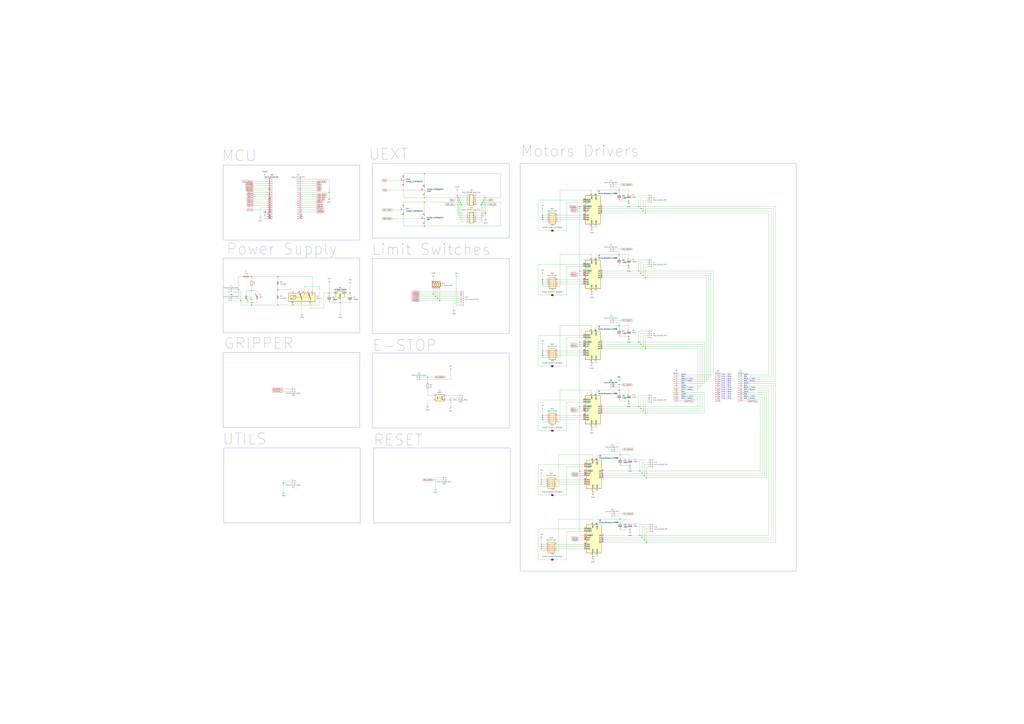
<source format=kicad_sch>
(kicad_sch (version 20231120) (generator "eeschema") (generator_version "8.0")
  (paper "A0")
  (junction (at 673.1 397.51))
  (junction (at 322.58 336.55))
  (junction (at 741.68 472.44))
  (junction (at 532.13 229.87))
  (junction (at 561.34 232.41))
  (junction (at 720.09 603.25))
  (junction (at 673.1 547.37))
  (junction (at 744.22 317.5))
  (junction (at 750.57 629.92))
  (junction (at 340.36 354.33))
  (junction (at 382.27 340.36))
  (junction (at 746.76 245.11))
  (junction (at 628.65 632.46))
  (junction (at 731.52 615.95))
  (junction (at 629.92 482.6))
  (junction (at 508 346.71))
  (junction (at 748.03 552.45))
  (junction (at 292.1 351.79))
  (junction (at 628.65 560.07))
  (junction (at 718.82 453.39))
  (junction (at 742.95 622.3))
  (junction (at 629.92 412.75))
  (junction (at 687.07 264.16))
  (junction (at 746.76 477.52))
  (junction (at 394.97 351.79))
  (junction (at 276.86 336.55))
  (junction (at 688.34 571.5))
  (junction (at 492.76 234.95))
  (junction (at 502.92 341.63))
  (junction (at 562.61 229.87))
  (junction (at 730.25 391.16))
  (junction (at 720.09 528.32))
  (junction (at 523.24 464.82))
  (junction (at 741.68 314.96))
  (junction (at 629.92 485.14))
  (junction (at 673.1 240.03))
  (junction (at 745.49 624.84))
  (junction (at 563.88 247.65))
  (junction (at 292.1 354.33))
  (junction (at 492.76 262.89))
  (junction (at 744.22 242.57))
  (junction (at 718.82 220.98))
  (junction (at 629.92 487.68))
  (junction (at 746.76 320.04))
  (junction (at 718.82 447.04))
  (junction (at 510.54 349.25))
  (junction (at 673.1 314.96))
  (junction (at 741.68 240.03))
  (junction (at 492.76 201.93))
  (junction (at 558.8 237.49))
  (junction (at 629.92 255.27))
  (junction (at 742.95 547.37))
  (junction (at 629.92 410.21))
  (junction (at 492.76 229.87))
  (junction (at 687.07 339.09))
  (junction (at 746.76 402.59))
  (junction (at 534.67 234.95))
  (junction (at 629.92 330.2))
  (junction (at 535.94 237.49))
  (junction (at 560.07 234.95))
  (junction (at 730.25 466.09))
  (junction (at 731.52 541.02))
  (junction (at 730.25 233.68))
  (junction (at 629.92 327.66))
  (junction (at 673.1 472.44))
  (junction (at 530.86 227.33))
  (junction (at 749.3 322.58))
  (junction (at 744.22 400.05))
  (junction (at 730.25 308.61))
  (junction (at 496.57 438.15))
  (junction (at 688.34 646.43))
  (junction (at 292.1 337.82))
  (junction (at 629.92 250.19))
  (junction (at 292.1 321.31))
  (junction (at 322.58 321.31))
  (junction (at 328.93 561.34))
  (junction (at 382.27 223.52))
  (junction (at 628.65 557.53))
  (junction (at 406.4 340.36))
  (junction (at 505.46 344.17))
  (junction (at 687.07 421.64))
  (junction (at 749.3 247.65))
  (junction (at 741.68 397.51))
  (junction (at 718.82 295.91))
  (junction (at 749.3 480.06))
  (junction (at 533.4 232.41))
  (junction (at 629.92 325.12))
  (junction (at 687.07 496.57))
  (junction (at 750.57 554.99))
  (junction (at 279.4 349.25))
  (junction (at 628.65 635))
  (junction (at 628.65 637.54))
  (junction (at 629.92 407.67))
  (junction (at 629.92 252.73))
  (junction (at 749.3 405.13))
  (junction (at 744.22 474.98))
  (junction (at 745.49 549.91))
  (junction (at 748.03 627.38))
  (junction (at 628.65 562.61))
  (junction (at 322.58 354.33))
  (junction (at 718.82 378.46))
  (no_connect (at 835.66 453.39))
  (no_connect (at 835.66 443.23))
  (no_connect (at 835.66 438.15))
  (no_connect (at 835.66 461.01))
  (no_connect (at 835.66 448.31))
  (no_connect (at 350.52 248.92))
  (no_connect (at 835.66 458.47))
  (no_connect (at 835.66 466.09))
  (no_connect (at 311.15 248.92))
  (no_connect (at 835.66 463.55))
  (no_connect (at 311.15 251.46))
  (no_connect (at 350.52 251.46))
  (no_connect (at 350.52 254))
  (no_connect (at 835.66 455.93))
  (no_connect (at 311.15 246.38))
  (no_connect (at 835.66 445.77))
  (no_connect (at 835.66 435.61))
  (no_connect (at 835.66 450.85))
  (no_connect (at 835.66 440.69))
  (wire (pts (xy 487.68 339.09) (xy 533.4 339.09)))
  (wire (pts (xy 629.92 487.68) (xy 633.73 487.68)))
  (wire (pts (xy 749.3 467.36) (xy 749.3 480.06)))
  (wire (pts (xy 882.65 463.55) (xy 882.65 547.37)))
  (wire (pts (xy 285.75 337.82) (xy 292.1 337.82)))
  (wire (pts (xy 270.51 349.25) (xy 279.4 349.25)))
  (wire (pts (xy 628.65 640.08) (xy 628.65 637.54)))
  (wire (pts (xy 581.66 201.93) (xy 581.66 229.87)))
  (wire (pts (xy 628.65 560.07) (xy 628.65 557.53)))
  (wire (pts (xy 541.02 252.73) (xy 533.4 252.73)))
  (wire (pts (xy 468.63 215.9) (xy 468.63 229.87)))
  (wire (pts (xy 270.51 336.55) (xy 276.86 336.55)))
  (wire (pts (xy 647.7 562.61) (xy 678.18 562.61)))
  (wire (pts (xy 650.24 490.22) (xy 650.24 453.39)))
  (wire (pts (xy 628.65 557.53) (xy 632.46 557.53)))
  (wire (pts (xy 673.1 472.44) (xy 676.91 472.44)))
  (wire (pts (xy 294.64 226.06) (xy 311.15 226.06)))
  (wire (pts (xy 647.7 565.15) (xy 648.97 565.15)))
  (wire (pts (xy 676.91 234.95) (xy 657.86 234.95)))
  (wire (pts (xy 692.15 453.39) (xy 718.82 453.39)))
  (wire (pts (xy 367.03 228.6) (xy 350.52 228.6)))
  (wire (pts (xy 562.61 250.19) (xy 562.61 229.87)))
  (wire (pts (xy 699.77 247.65) (xy 749.3 247.65)))
  (wire (pts (xy 741.68 240.03) (xy 900.43 240.03)))
  (wire (pts (xy 657.86 392.43) (xy 657.86 425.45)))
  (wire (pts (xy 375.92 340.36) (xy 375.92 358.14)))
  (wire (pts (xy 367.03 238.76) (xy 350.52 238.76)))
  (wire (pts (xy 629.92 485.14) (xy 629.92 482.6)))
  (wire (pts (xy 510.54 335.28) (xy 510.54 349.25)))
  (wire (pts (xy 487.68 349.25) (xy 510.54 349.25)))
  (wire (pts (xy 699.77 474.98) (xy 744.22 474.98)))
  (wire (pts (xy 810.26 463.55) (xy 810.26 472.44)))
  (wire (pts (xy 744.22 242.57) (xy 897.89 242.57)))
  (wire (pts (xy 692.15 220.98) (xy 718.82 220.98)))
  (wire (pts (xy 628.65 637.54) (xy 632.46 637.54)))
  (wire (pts (xy 900.43 240.03) (xy 900.43 443.23)))
  (wire (pts (xy 748.03 627.38) (xy 897.89 627.38)))
  (wire (pts (xy 492.76 262.89) (xy 492.76 260.35)))
  (wire (pts (xy 505.46 554.99) (xy 505.46 567.69)))
  (wire (pts (xy 502.92 335.28) (xy 502.92 341.63)))
  (wire (pts (xy 535.94 237.49) (xy 541.02 237.49)))
  (wire (pts (xy 629.92 412.75) (xy 629.92 410.21)))
  (wire (pts (xy 718.82 307.34) (xy 718.82 308.61)))
  (wire (pts (xy 648.97 528.32) (xy 688.34 528.32)))
  (wire (pts (xy 787.4 466.09) (xy 793.75 466.09)))
  (wire (pts (xy 812.8 461.01) (xy 812.8 474.98)))
  (wire (pts (xy 455.93 254) (xy 488.95 254)))
  (wire (pts (xy 294.64 218.44) (xy 311.15 218.44)))
  (wire (pts (xy 492.76 229.87) (xy 532.13 229.87)))
  (wire (pts (xy 563.88 227.33) (xy 563.88 247.65)))
  (wire (pts (xy 628.65 626.11) (xy 628.65 632.46)))
  (wire (pts (xy 862.33 458.47) (xy 887.73 458.47)))
  (wire (pts (xy 742.95 547.37) (xy 882.65 547.37)))
  (wire (pts (xy 817.88 455.93) (xy 817.88 480.06)))
  (wire (pts (xy 298.45 349.25) (xy 298.45 351.79)))
  (wire (pts (xy 687.07 420.37) (xy 687.07 421.64)))
  (wire (pts (xy 624.84 614.68) (xy 678.18 614.68)))
  (wire (pts (xy 750.57 629.92) (xy 900.43 629.92)))
  (wire (pts (xy 406.4 340.36) (xy 406.4 342.9)))
  (wire (pts (xy 382.27 340.36) (xy 382.27 342.9)))
  (wire (pts (xy 744.22 229.87) (xy 744.22 242.57)))
  (wire (pts (xy 670.56 477.52) (xy 676.91 477.52)))
  (wire (pts (xy 505.46 554.99) (xy 513.08 554.99)))
  (wire (pts (xy 527.05 351.79) (xy 527.05 359.41)))
  (wire (pts (xy 328.93 561.34) (xy 337.82 561.34)))
  (wire (pts (xy 468.63 201.93) (xy 492.76 201.93)))
  (wire (pts (xy 895.35 450.85) (xy 862.33 450.85)))
  (wire (pts (xy 693.42 571.5) (xy 688.34 571.5)))
  (wire (pts (xy 629.92 327.66) (xy 629.92 325.12)))
  (wire (pts (xy 294.64 210.82) (xy 311.15 210.82)))
  (wire (pts (xy 745.49 549.91) (xy 885.19 549.91)))
  (wire (pts (xy 624.84 650.24) (xy 637.54 650.24)))
  (wire (pts (xy 350.52 218.44) (xy 367.03 218.44)))
  (wire (pts (xy 624.84 464.82) (xy 624.84 500.38)))
  (wire (pts (xy 285.75 341.63) (xy 285.75 337.82)))
  (wire (pts (xy 276.86 346.71) (xy 276.86 336.55)))
  (wire (pts (xy 744.22 474.98) (xy 812.8 474.98)))
  (wire (pts (xy 532.13 462.28) (xy 523.24 462.28)))
  (wire (pts (xy 322.58 321.31) (xy 322.58 325.12)))
  (wire (pts (xy 787.4 450.85) (xy 812.8 450.85)))
  (wire (pts (xy 553.72 232.41) (xy 561.34 232.41)))
  (wire (pts (xy 648.97 412.75) (xy 676.91 412.75)))
  (wire (pts (xy 449.58 220.98) (xy 488.95 220.98)))
  (wire (pts (xy 307.34 251.46) (xy 307.34 254)))
  (wire (pts (xy 713.74 214.63) (xy 721.36 214.63)))
  (wire (pts (xy 629.92 255.27) (xy 633.73 255.27)))
  (wire (pts (xy 340.36 354.33) (xy 370.84 354.33)))
  (wire (pts (xy 624.84 614.68) (xy 624.84 650.24)))
  (wire (pts (xy 657.86 267.97) (xy 645.16 267.97)))
  (wire (pts (xy 730.25 295.91) (xy 730.25 299.72)))
  (wire (pts (xy 741.68 397.51) (xy 817.88 397.51)))
  (wire (pts (xy 701.04 547.37) (xy 742.95 547.37)))
  (wire (pts (xy 750.57 617.22) (xy 750.57 629.92)))
  (wire (pts (xy 624.84 539.75) (xy 678.18 539.75)))
  (wire (pts (xy 699.77 480.06) (xy 749.3 480.06)))
  (wire (pts (xy 581.66 262.89) (xy 581.66 234.95)))
  (wire (pts (xy 375.92 340.36) (xy 382.27 340.36)))
  (wire (pts (xy 820.42 443.23) (xy 787.4 443.23)))
  (wire (pts (xy 657.86 425.45) (xy 645.16 425.45)))
  (wire (pts (xy 741.68 384.81) (xy 741.68 397.51)))
  (wire (pts (xy 518.16 459.74) (xy 532.13 459.74)))
  (wire (pts (xy 340.36 337.82) (xy 340.36 336.55)))
  (wire (pts (xy 718.82 220.98) (xy 730.25 220.98)))
  (wire (pts (xy 394.97 351.79) (xy 394.97 364.49)))
  (wire (pts (xy 718.82 389.89) (xy 718.82 391.16)))
  (wire (pts (xy 692.15 382.27) (xy 692.15 378.46)))
  (wire (pts (xy 810.26 463.55) (xy 787.4 463.55)))
  (wire (pts (xy 671.83 627.38) (xy 678.18 627.38)))
  (wire (pts (xy 713.74 289.56) (xy 721.36 289.56)))
  (wire (pts (xy 468.63 229.87) (xy 492.76 229.87)))
  (wire (pts (xy 294.64 223.52) (xy 311.15 223.52)))
  (wire (pts (xy 882.65 463.55) (xy 862.33 463.55)))
  (wire (pts (xy 671.83 552.45) (xy 678.18 552.45)))
  (wire (pts (xy 730.25 220.98) (xy 730.25 224.79)))
  (wire (pts (xy 718.82 453.39) (xy 730.25 453.39)))
  (wire (pts (xy 541.02 247.65) (xy 530.86 247.65)))
  (wire (pts (xy 718.82 217.17) (xy 718.82 220.98)))
  (wire (pts (xy 862.33 435.61) (xy 892.81 435.61)))
  (wire (pts (xy 307.34 254) (xy 311.15 254)))
  (wire (pts (xy 328.93 558.8) (xy 337.82 558.8)))
  (wire (pts (xy 553.72 247.65) (xy 563.88 247.65)))
  (wire (pts (xy 629.92 327.66) (xy 633.73 327.66)))
  (wire (pts (xy 624.84 232.41) (xy 624.84 267.97)))
  (wire (pts (xy 534.67 255.27) (xy 534.67 234.95)))
  (wire (pts (xy 624.84 425.45) (xy 637.54 425.45)))
  (wire (pts (xy 648.97 487.68) (xy 676.91 487.68)))
  (wire (pts (xy 699.77 400.05) (xy 744.22 400.05)))
  (wire (pts (xy 897.89 448.31) (xy 897.89 627.38)))
  (wire (pts (xy 749.3 247.65) (xy 892.81 247.65)))
  (wire (pts (xy 553.72 237.49) (xy 558.8 237.49)))
  (wire (pts (xy 678.18 542.29) (xy 657.86 542.29)))
  (wire (pts (xy 718.82 464.82) (xy 718.82 466.09)))
  (wire (pts (xy 648.97 330.2) (xy 676.91 330.2)))
  (wire (pts (xy 745.49 537.21) (xy 745.49 549.91)))
  (wire (pts (xy 751.84 304.8) (xy 744.22 304.8)))
  (wire (pts (xy 367.03 226.06) (xy 350.52 226.06)))
  (wire (pts (xy 505.46 335.28) (xy 505.46 344.17)))
  (wire (pts (xy 699.77 405.13) (xy 749.3 405.13)))
  (wire (pts (xy 687.07 262.89) (xy 687.07 264.16)))
  (wire (pts (xy 692.15 337.82) (xy 692.15 339.09)))
  (wire (pts (xy 720.09 603.25) (xy 720.09 607.06)))
  (wire (pts (xy 648.97 410.21) (xy 676.91 410.21)))
  (wire (pts (xy 713.74 292.1) (xy 718.82 292.1)))
  (wire (pts (xy 744.22 387.35) (xy 744.22 400.05)))
  (wire (pts (xy 670.56 402.59) (xy 676.91 402.59)))
  (wire (pts (xy 533.4 232.41) (xy 541.02 232.41)))
  (wire (pts (xy 628.65 562.61) (xy 632.46 562.61)))
  (wire (pts (xy 693.42 607.06) (xy 693.42 603.25)))
  (wire (pts (xy 629.92 243.84) (xy 629.92 250.19)))
  (wire (pts (xy 294.64 233.68) (xy 311.15 233.68)))
  (wire (pts (xy 502.92 341.63) (xy 533.4 341.63)))
  (wire (pts (xy 730.25 233.68) (xy 730.25 232.41)))
  (wire (pts (xy 648.97 407.67) (xy 676.91 407.67)))
  (wire (pts (xy 687.07 339.09) (xy 687.07 340.36)))
  (wire (pts (xy 562.61 229.87) (xy 581.66 229.87)))
  (wire (pts (xy 496.57 464.82) (xy 502.92 464.82)))
  (wire (pts (xy 720.09 603.25) (xy 731.52 603.25)))
  (wire (pts (xy 670.56 245.11) (xy 676.91 245.11)))
  (wire (pts (xy 820.42 322.58) (xy 820.42 443.23)))
  (wire (pts (xy 285.75 351.79) (xy 292.1 351.79)))
  (wire (pts (xy 350.52 223.52) (xy 382.27 223.52)))
  (wire (pts (xy 670.56 240.03) (xy 673.1 240.03)))
  (wire (pts (xy 488.95 440.69) (xy 523.24 440.69)))
  (wire (pts (xy 294.64 215.9) (xy 311.15 215.9)))
  (wire (pts (xy 701.04 552.45) (xy 748.03 552.45)))
  (wire (pts (xy 561.34 232.41) (xy 566.42 232.41)))
  (wire (pts (xy 715.01 596.9) (xy 722.63 596.9)))
  (wire (pts (xy 340.36 353.06) (xy 340.36 354.33)))
  (wire (pts (xy 628.65 640.08) (xy 632.46 640.08)))
  (wire (pts (xy 673.1 622.3) (xy 678.18 622.3)))
  (wire (pts (xy 350.52 353.06) (xy 350.52 364.49)))
  (wire (pts (xy 746.76 477.52) (xy 815.34 477.52)))
  (wire (pts (xy 328.93 452.12) (xy 337.82 452.12)))
  (wire (pts (xy 292.1 351.79) (xy 292.1 354.33)))
  (wire (pts (xy 322.58 321.31) (xy 363.22 321.31)))
  (wire (pts (xy 367.03 246.38) (xy 350.52 246.38)))
  (wire (pts (xy 746.76 320.04) (xy 822.96 320.04)))
  (wire (pts (xy 527.05 351.79) (xy 533.4 351.79)))
  (wire (pts (xy 692.15 295.91) (xy 718.82 295.91)))
  (wire (pts (xy 624.84 575.31) (xy 637.54 575.31)))
  (wire (pts (xy 558.8 237.49) (xy 566.42 237.49)))
  (wire (pts (xy 692.15 378.46) (xy 718.82 378.46)))
  (wire (pts (xy 670.56 474.98) (xy 676.91 474.98)))
  (wire (pts (xy 897.89 242.57) (xy 897.89 440.69)))
  (wire (pts (xy 624.84 539.75) (xy 624.84 575.31)))
  (wire (pts (xy 292.1 354.33) (xy 279.4 354.33)))
  (wire (pts (xy 647.7 560.07) (xy 678.18 560.07)))
  (wire (pts (xy 749.3 392.43) (xy 749.3 405.13)))
  (wire (pts (xy 629.92 490.22) (xy 629.92 487.68)))
  (wire (pts (xy 629.92 332.74) (xy 633.73 332.74)))
  (wire (pts (xy 699.77 322.58) (xy 749.3 322.58)))
  (wire (pts (xy 670.56 317.5) (xy 676.91 317.5)))
  (wire (pts (xy 692.15 420.37) (xy 692.15 421.64)))
  (wire (pts (xy 350.52 215.9) (xy 367.03 215.9)))
  (wire (pts (xy 505.46 344.17) (xy 533.4 344.17)))
  (wire (pts (xy 730.25 466.09) (xy 730.25 464.82)))
  (wire (pts (xy 715.01 521.97) (xy 722.63 521.97)))
  (wire (pts (xy 468.63 234.95) (xy 492.76 234.95)))
  (wire (pts (xy 523.24 464.82) (xy 518.16 464.82)))
  (wire (pts (xy 553.72 250.19) (xy 562.61 250.19)))
  (wire (pts (xy 687.07 421.64) (xy 687.07 422.91)))
  (wire (pts (xy 753.11 612.14) (xy 745.49 612.14)))
  (wire (pts (xy 751.84 307.34) (xy 746.76 307.34)))
  (wire (pts (xy 629.92 407.67) (xy 633.73 407.67)))
  (wire (pts (xy 647.7 637.54) (xy 678.18 637.54)))
  (wire (pts (xy 406.4 350.52) (xy 406.4 351.79)))
  (wire (pts (xy 292.1 332.74) (xy 292.1 337.82)))
  (wire (pts (xy 692.15 496.57) (xy 687.07 496.57)))
  (wire (pts (xy 624.84 307.34) (xy 624.84 342.9)))
  (wire (pts (xy 892.81 453.39) (xy 892.81 622.3)))
  (wire (pts (xy 492.76 229.87) (xy 492.76 227.33)))
  (wire (pts (xy 751.84 459.74) (xy 741.68 459.74)))
  (wire (pts (xy 648.97 490.22) (xy 650.24 490.22)))
  (wire (pts (xy 508 346.71) (xy 533.4 346.71)))
  (wire (pts (xy 624.84 464.82) (xy 676.91 464.82)))
  (wire (pts (xy 322.58 332.74) (xy 322.58 336.55)))
  (wire (pts (xy 488.95 438.15) (xy 496.57 438.15)))
  (wire (pts (xy 496.57 459.74) (xy 502.92 459.74)))
  (wire (pts (xy 751.84 309.88) (xy 749.3 309.88)))
  (wire (pts (xy 687.07 421.64) (xy 692.15 421.64)))
  (wire (pts (xy 692.15 264.16) (xy 687.07 264.16)))
  (wire (pts (xy 862.33 438.15) (xy 895.35 438.15)))
  (wire (pts (xy 353.06 332.74) (xy 353.06 337.82)))
  (wire (pts (xy 650.24 332.74) (xy 650.24 295.91)))
  (wire (pts (xy 648.97 485.14) (xy 676.91 485.14)))
  (wire (pts (xy 367.03 243.84) (xy 350.52 243.84)))
  (wire (pts (xy 628.65 560.07) (xy 632.46 560.07)))
  (wire (pts (xy 648.97 482.6) (xy 676.91 482.6)))
  (wire (pts (xy 890.27 455.93) (xy 890.27 554.99)))
  (wire (pts (xy 753.11 534.67) (xy 742.95 534.67)))
  (wire (pts (xy 699.77 472.44) (xy 741.68 472.44)))
  (wire (pts (xy 406.4 340.36) (xy 406.4 330.2)))
  (wire (pts (xy 553.72 227.33) (xy 563.88 227.33)))
  (wire (pts (xy 657.86 575.31) (xy 645.16 575.31)))
  (wire (pts (xy 730.25 308.61) (xy 730.25 307.34)))
  (wire (pts (xy 753.11 542.29) (xy 750.57 542.29)))
  (wire (pts (xy 676.91 467.36) (xy 657.86 467.36)))
  (wire (pts (xy 688.34 645.16) (xy 688.34 646.43)))
  (wire (pts (xy 367.03 220.98) (xy 350.52 220.98)))
  (wire (pts (xy 687.07 495.3) (xy 687.07 496.57)))
  (wire (pts (xy 528.32 237.49) (xy 535.94 237.49)))
  (wire (pts (xy 657.86 342.9) (xy 645.16 342.9)))
  (wire (pts (xy 731.52 541.02) (xy 731.52 542.29)))
  (wire (pts (xy 624.84 389.89) (xy 624.84 425.45)))
  (wire (pts (xy 541.02 250.19) (xy 532.13 250.19)))
  (wire (pts (xy 720.09 528.32) (xy 720.09 532.13)))
  (wire (pts (xy 532.13 250.19) (xy 532.13 229.87)))
  (wire (pts (xy 895.35 245.11) (xy 895.35 438.15)))
  (wire (pts (xy 553.72 255.27) (xy 560.07 255.27)))
  (wire (pts (xy 746.76 402.59) (xy 812.8 402.59)))
  (wire (pts (xy 749.3 480.06) (xy 817.88 480.06)))
  (wire (pts (xy 294.64 213.36) (xy 311.15 213.36)))
  (wire (pts (xy 629.92 476.25) (xy 629.92 482.6)))
  (wire (pts (xy 647.7 557.53) (xy 678.18 557.53)))
  (wire (pts (xy 718.82 295.91) (xy 730.25 295.91)))
  (wire (pts (xy 294.64 236.22) (xy 311.15 236.22)))
  (wire (pts (xy 492.76 234.95) (xy 534.67 234.95)))
  (wire (pts (xy 650.24 295.91) (xy 687.07 295.91)))
  (wire (pts (xy 670.56 242.57) (xy 676.91 242.57)))
  (wire (pts (xy 746.76 307.34) (xy 746.76 320.04)))
  (wire (pts (xy 895.35 450.85) (xy 895.35 624.84)))
  (wire (pts (xy 731.52 615.95) (xy 731.52 617.22)))
  (wire (pts (xy 892.81 247.65) (xy 892.81 435.61)))
  (wire (pts (xy 718.82 449.58) (xy 718.82 453.39)))
  (wire (pts (xy 624.84 389.89) (xy 676.91 389.89)))
  (wire (pts (xy 535.94 257.81) (xy 535.94 237.49)))
  (wire (pts (xy 718.82 232.41) (xy 718.82 233.68)))
  (wire (pts (xy 688.34 571.5) (xy 688.34 572.77)))
  (wire (pts (xy 810.26 453.39) (xy 787.4 453.39)))
  (wire (pts (xy 670.56 320.04) (xy 676.91 320.04)))
  (wire (pts (xy 382.27 208.28) (xy 382.27 223.52)))
  (wire (pts (xy 504.19 557.53) (xy 513.08 557.53)))
  (wire (pts (xy 340.36 354.33) (xy 322.58 354.33)))
  (wire (pts (xy 298.45 341.63) (xy 298.45 337.82)))
  (wire (pts (xy 322.58 336.55) (xy 322.58 341.63)))
  (wire (pts (xy 718.82 374.65) (xy 718.82 378.46)))
  (wire (pts (xy 745.49 612.14) (xy 745.49 624.84)))
  (wire (pts (xy 746.76 464.82) (xy 746.76 477.52)))
  (wire (pts (xy 701.04 624.84) (xy 745.49 624.84)))
  (wire (pts (xy 523.24 472.44) (xy 523.24 464.82)))
  (wire (pts (xy 749.3 234.95) (xy 749.3 247.65)))
  (wire (pts (xy 715.01 599.44) (xy 720.09 599.44)))
  (wire (pts (xy 713.74 374.65) (xy 718.82 374.65)))
  (wire (pts (xy 787.4 435.61) (xy 828.04 435.61)))
  (wire (pts (xy 311.15 208.28) (xy 307.34 208.28)))
  (wire (pts (xy 693.42 532.13) (xy 693.42 528.32)))
  (wire (pts (xy 787.4 445.77) (xy 817.88 445.77)))
  (wire (pts (xy 692.15 299.72) (xy 692.15 295.91)))
  (wire (pts (xy 741.68 227.33) (xy 741.68 240.03)))
  (wire (pts (xy 751.84 464.82) (xy 746.76 464.82)))
  (wire (pts (xy 718.82 378.46) (xy 730.25 378.46)))
  (wire (pts (xy 890.27 455.93) (xy 862.33 455.93)))
  (wire (pts (xy 750.57 554.99) (xy 890.27 554.99)))
  (wire (pts (xy 742.95 609.6) (xy 742.95 622.3)))
  (wire (pts (xy 699.77 320.04) (xy 746.76 320.04)))
  (wire (pts (xy 718.82 453.39) (xy 718.82 457.2)))
  (wire (pts (xy 751.84 467.36) (xy 749.3 467.36)))
  (wire (pts (xy 624.84 232.41) (xy 676.91 232.41)))
  (wire (pts (xy 730.25 233.68) (xy 730.25 234.95)))
  (wire (pts (xy 731.52 615.95) (xy 731.52 614.68)))
  (wire (pts (xy 629.92 410.21) (xy 629.92 407.67)))
  (wire (pts (xy 629.92 415.29) (xy 629.92 412.75)))
  (wire (pts (xy 648.97 327.66) (xy 676.91 327.66)))
  (wire (pts (xy 817.88 397.51) (xy 817.88 445.77)))
  (wire (pts (xy 294.64 220.98) (xy 311.15 220.98)))
  (wire (pts (xy 487.68 344.17) (xy 505.46 344.17)))
  (wire (pts (xy 279.4 349.25) (xy 279.4 354.33)))
  (wire (pts (xy 828.04 314.96) (xy 828.04 435.61)))
  (wire (pts (xy 657.86 650.24) (xy 645.16 650.24)))
  (wire (pts (xy 628.65 637.54) (xy 628.65 635)))
  (wire (pts (xy 487.68 341.63) (xy 502.92 341.63)))
  (wire (pts (xy 673.1 397.51) (xy 673.1 472.44)))
  (wire (pts (xy 629.92 252.73) (xy 633.73 252.73)))
  (wire (pts (xy 751.84 229.87) (xy 744.22 229.87)))
  (wire (pts (xy 671.83 549.91) (xy 678.18 549.91)))
  (wire (pts (xy 523.24 462.28) (xy 523.24 464.82)))
  (wire (pts (xy 741.68 302.26) (xy 741.68 314.96)))
  (wire (pts (xy 748.03 614.68) (xy 748.03 627.38)))
  (wire (pts (xy 749.3 322.58) (xy 820.42 322.58)))
  (wire (pts (xy 693.42 570.23) (xy 693.42 571.5)))
  (wire (pts (xy 862.33 466.09) (xy 867.41 466.09)))
  (wire (pts (xy 468.63 237.49) (xy 468.63 234.95)))
  (wire (pts (xy 553.72 252.73) (xy 561.34 252.73)))
  (wire (pts (xy 751.84 232.41) (xy 746.76 232.41)))
  (wire (pts (xy 699.77 402.59) (xy 746.76 402.59)))
  (wire (pts (xy 688.34 646.43) (xy 688.34 647.7)))
  (wire (pts (xy 563.88 247.65) (xy 563.88 254)))
  (wire (pts (xy 730.25 466.09) (xy 730.25 467.36)))
  (wire (pts (xy 455.93 243.84) (xy 464.82 243.84)))
  (wire (pts (xy 528.32 232.41) (xy 533.4 232.41)))
  (wire (pts (xy 751.84 384.81) (xy 741.68 384.81)))
  (wire (pts (xy 541.02 257.81) (xy 535.94 257.81)))
  (wire (pts (xy 322.58 349.25) (xy 322.58 354.33)))
  (wire (pts (xy 502.92 322.58) (xy 502.92 325.12)))
  (wire (pts (xy 713.74 217.17) (xy 718.82 217.17)))
  (wire (pts (xy 825.5 317.5) (xy 825.5 438.15)))
  (wire (pts (xy 746.76 245.11) (xy 895.35 245.11)))
  (wire (pts (xy 687.07 220.98) (xy 687.07 224.79)))
  (wire (pts (xy 629.92 255.27) (xy 629.92 252.73)))
  (wire (pts (xy 508 335.28) (xy 508 346.71)))
  (wire (pts (xy 496.57 452.12) (xy 496.57 459.74)))
  (wire (pts (xy 693.42 645.16) (xy 693.42 646.43)))
  (wire (pts (xy 673.1 547.37) (xy 673.1 622.3)))
  (wire (pts (xy 731.52 603.25) (xy 731.52 607.06)))
  (wire (pts (xy 687.07 339.09) (xy 692.15 339.09)))
  (wire (pts (xy 687.07 378.46) (xy 687.07 382.27)))
  (wire (pts (xy 553.72 229.87) (xy 562.61 229.87)))
  (wire (pts (xy 629.92 487.68) (xy 629.92 485.14)))
  (wire (pts (xy 529.59 322.58) (xy 529.59 354.33)))
  (wire (pts (xy 730.25 453.39) (xy 730.25 457.2)))
  (wire (pts (xy 676.91 392.43) (xy 657.86 392.43)))
  (wire (pts (xy 628.65 551.18) (xy 628.65 557.53)))
  (wire (pts (xy 629.92 250.19) (xy 633.73 250.19)))
  (wire (pts (xy 676.91 309.88) (xy 657.86 309.88)))
  (wire (pts (xy 492.76 262.89) (xy 581.66 262.89)))
  (wire (pts (xy 688.34 528.32) (xy 688.34 532.13)))
  (wire (pts (xy 468.63 250.19) (xy 468.63 262.89)))
  (wire (pts (xy 718.82 295.91) (xy 718.82 299.72)))
  (wire (pts (xy 487.68 346.71) (xy 508 346.71)))
  (wire (pts (xy 713.74 447.04) (xy 718.82 447.04)))
  (wire (pts (xy 730.25 378.46) (xy 730.25 382.27)))
  (wire (pts (xy 701.04 549.91) (xy 745.49 549.91)))
  (wire (pts (xy 670.56 400.05) (xy 676.91 400.05)))
  (wire (pts (xy 730.25 391.16) (xy 730.25 389.89)))
  (wire (pts (xy 298.45 337.82) (xy 292.1 337.82)))
  (wire (pts (xy 553.72 234.95) (xy 560.07 234.95)))
  (wire (pts (xy 289.56 321.31) (xy 292.1 321.31)))
  (wire (pts (xy 328.93 558.8) (xy 328.93 561.34)))
  (wire (pts (xy 650.24 257.81) (xy 650.24 220.98)))
  (wire (pts (xy 718.82 233.68) (xy 730.25 233.68)))
  (wire (pts (xy 687.07 337.82) (xy 687.07 339.09)))
  (wire (pts (xy 302.26 241.3) (xy 302.26 251.46)))
  (wire (pts (xy 648.97 332.74) (xy 650.24 332.74)))
  (wire (pts (xy 629.92 257.81) (xy 629.92 255.27)))
  (wire (pts (xy 496.57 471.17) (xy 496.57 464.82)))
  (wire (pts (xy 673.1 547.37) (xy 678.18 547.37)))
  (wire (pts (xy 822.96 320.04) (xy 822.96 440.69)))
  (wire (pts (xy 657.86 617.22) (xy 678.18 617.22)))
  (wire (pts (xy 751.84 392.43) (xy 749.3 392.43)))
  (wire (pts (xy 673.1 240.03) (xy 676.91 240.03)))
  (wire (pts (xy 715.01 524.51) (xy 720.09 524.51)))
  (wire (pts (xy 294.64 238.76) (xy 311.15 238.76)))
  (wire (pts (xy 496.57 438.15) (xy 504.19 438.15)))
  (wire (pts (xy 292.1 321.31) (xy 322.58 321.31)))
  (wire (pts (xy 673.1 397.51) (xy 676.91 397.51)))
  (wire (pts (xy 553.72 257.81) (xy 558.8 257.81)))
  (wire (pts (xy 731.52 541.02) (xy 731.52 539.75)))
  (wire (pts (xy 629.92 482.6) (xy 633.73 482.6)))
  (wire (pts (xy 648.97 603.25) (xy 688.34 603.25)))
  (wire (pts (xy 328.93 454.66) (xy 337.82 454.66)))
  (wire (pts (xy 753.11 609.6) (xy 742.95 609.6)))
  (wire (pts (xy 742.95 622.3) (xy 892.81 622.3)))
  (wire (pts (xy 699.77 317.5) (xy 744.22 317.5)))
  (wire (pts (xy 629.92 332.74) (xy 629.92 330.2)))
  (wire (pts (xy 862.33 461.01) (xy 885.19 461.01)))
  (wire (pts (xy 751.84 234.95) (xy 749.3 234.95)))
  (wire (pts (xy 394.97 351.79) (xy 382.27 351.79)))
  (wire (pts (xy 367.03 241.3) (xy 350.52 241.3)))
  (wire (pts (xy 648.97 415.29) (xy 650.24 415.29)))
  (wire (pts (xy 701.04 629.92) (xy 750.57 629.92)))
  (wire (pts (xy 650.24 453.39) (xy 687.07 453.39)))
  (wire (pts (xy 560.07 234.95) (xy 581.66 234.95)))
  (wire (pts (xy 699.77 245.11) (xy 746.76 245.11)))
  (wire (pts (xy 862.33 448.31) (xy 897.89 448.31)))
  (wire (pts (xy 742.95 534.67) (xy 742.95 547.37)))
  (wire (pts (xy 370.84 354.33) (xy 370.84 332.74)))
  (wire (pts (xy 718.82 378.46) (xy 718.82 382.27)))
  (wire (pts (xy 713.74 372.11) (xy 721.36 372.11)))
  (wire (pts (xy 693.42 603.25) (xy 720.09 603.25)))
  (wire (pts (xy 628.65 635) (xy 628.65 632.46)))
  (wire (pts (xy 745.49 624.84) (xy 895.35 624.84)))
  (wire (pts (xy 815.34 448.31) (xy 787.4 448.31)))
  (wire (pts (xy 328.93 571.5) (xy 328.93 561.34)))
  (wire (pts (xy 741.68 314.96) (xy 828.04 314.96)))
  (wire (pts (xy 276.86 321.31) (xy 276.86 336.55)))
  (wire (pts (xy 718.82 220.98) (xy 718.82 224.79)))
  (wire (pts (xy 628.65 632.46) (xy 632.46 632.46)))
  (wire (pts (xy 718.82 391.16) (xy 730.25 391.16)))
  (wire (pts (xy 533.4 252.73) (xy 533.4 232.41)))
  (wire (pts (xy 449.58 209.55) (xy 464.82 209.55)))
  (wire (pts (xy 382.27 340.36) (xy 387.35 340.36)))
  (wire (pts (xy 496.57 438.15) (xy 496.57 444.5)))
  (wire (pts (xy 687.07 453.39) (xy 687.07 457.2)))
  (wire (pts (xy 720.09 541.02) (xy 731.52 541.02)))
  (wire (pts (xy 270.51 346.71) (xy 276.86 346.71)))
  (wire (pts (xy 718.82 447.04) (xy 721.36 447.04)))
  (wire (pts (xy 744.22 400.05) (xy 815.34 400.05)))
  (wire (pts (xy 699.77 240.03) (xy 741.68 240.03)))
  (wire (pts (xy 751.84 387.35) (xy 744.22 387.35)))
  (wire (pts (xy 350.52 210.82) (xy 367.03 210.82)))
  (wire (pts (xy 746.76 389.89) (xy 746.76 402.59)))
  (wire (pts (xy 648.97 528.32) (xy 648.97 565.15)))
  (wire (pts (xy 624.84 307.34) (xy 676.91 307.34)))
  (wire (pts (xy 900.43 445.77) (xy 900.43 629.92)))
  (wire (pts (xy 307.34 208.28) (xy 307.34 204.47)))
  (wire (pts (xy 560.07 255.27) (xy 560.07 234.95)))
  (wire (pts (xy 744.22 462.28) (xy 744.22 474.98)))
  (wire (pts (xy 741.68 459.74) (xy 741.68 472.44)))
  (wire (pts (xy 748.03 552.45) (xy 887.73 552.45)))
  (wire (pts (xy 810.26 405.13) (xy 810.26 453.39)))
  (wire (pts (xy 671.83 624.84) (xy 678.18 624.84)))
  (wire (pts (xy 270.51 339.09) (xy 279.4 339.09)))
  (wire (pts (xy 629.92 415.29) (xy 633.73 415.29)))
  (wire (pts (xy 340.36 336.55) (xy 322.58 336.55)))
  (wire (pts (xy 648.97 257.81) (xy 650.24 257.81)))
  (wire (pts (xy 657.86 467.36) (xy 657.86 500.38)))
  (wire (pts (xy 292.1 351.79) (xy 298.45 351.79)))
  (wire (pts (xy 367.03 213.36) (xy 350.52 213.36)))
  (wire (pts (xy 787.4 461.01) (xy 812.8 461.01)))
  (wire (pts (xy 629.92 325.12) (xy 633.73 325.12)))
  (wire (pts (xy 311.15 243.84) (xy 294.64 243.84)))
  (wire (pts (xy 382.27 351.79) (xy 382.27 350.52)))
  (wire (pts (xy 744.22 304.8) (xy 744.22 317.5)))
  (wire (pts (xy 699.77 314.96) (xy 741.68 314.96)))
  (wire (pts (xy 730.25 308.61) (xy 730.25 309.88)))
  (wire (pts (xy 530.86 227.33) (xy 541.02 227.33)))
  (wire (pts (xy 370.84 332.74) (xy 353.06 332.74)))
  (wire (pts (xy 749.3 309.88) (xy 749.3 322.58)))
  (wire (pts (xy 629.92 257.81) (xy 633.73 257.81)))
  (wire (pts (xy 787.4 440.69) (xy 822.96 440.69)))
  (wire (pts (xy 406.4 351.79) (xy 394.97 351.79)))
  (wire (pts (xy 900.43 445.77) (xy 862.33 445.77)))
  (wire (pts (xy 468.63 203.2) (xy 468.63 201.93)))
  (wire (pts (xy 688.34 570.23) (xy 688.34 571.5)))
  (wire (pts (xy 862.33 453.39) (xy 892.81 453.39)))
  (wire (pts (xy 657.86 542.29) (xy 657.86 575.31)))
  (wire (pts (xy 673.1 472.44) (xy 673.1 547.37)))
  (wire (pts (xy 311.15 241.3) (xy 302.26 241.3)))
  (wire (pts (xy 657.86 234.95) (xy 657.86 267.97)))
  (wire (pts (xy 533.4 354.33) (xy 529.59 354.33)))
  (wire (pts (xy 294.64 231.14) (xy 311.15 231.14)))
  (wire (pts (xy 744.22 317.5) (xy 825.5 317.5)))
  (wire (pts (xy 647.7 640.08) (xy 648.97 640.08)))
  (wire (pts (xy 720.09 614.68) (xy 720.09 615.95)))
  (wire (pts (xy 692.15 224.79) (xy 692.15 220.98)))
  (wire (pts (xy 746.76 232.41) (xy 746.76 245.11)))
  (wire (pts (xy 687.07 264.16) (xy 687.07 265.43)))
  (wire (pts (xy 650.24 378.46) (xy 650.24 415.29)))
  (wire (pts (xy 648.97 255.27) (xy 676.91 255.27)))
  (wire (pts (xy 492.76 234.95) (xy 492.76 247.65)))
  (wire (pts (xy 628.65 565.15) (xy 632.46 565.15)))
  (wire (pts (xy 753.11 539.75) (xy 748.03 539.75)))
  (wire (pts (xy 812.8 402.59) (xy 812.8 450.85)))
  (wire (pts (xy 815.34 458.47) (xy 787.4 458.47)))
  (wire (pts (xy 750.57 542.29) (xy 750.57 554.99)))
  (wire (pts (xy 825.5 438.15) (xy 787.4 438.15)))
  (wire (pts (xy 279.4 339.09) (xy 279.4 349.25)))
  (wire (pts (xy 629.92 330.2) (xy 629.92 327.66)))
  (wire (pts (xy 687.07 496.57) (xy 687.07 497.84)))
  (wire (pts (xy 292.1 321.31) (xy 292.1 325.12)))
  (wire (pts (xy 647.7 632.46) (xy 678.18 632.46)))
  (wire (pts (xy 718.82 466.09) (xy 730.25 466.09)))
  (wire (pts (xy 648.97 325.12) (xy 676.91 325.12)))
  (wire (pts (xy 628.65 565.15) (xy 628.65 562.61)))
  (wire (pts (xy 753.11 614.68) (xy 748.03 614.68)))
  (wire (pts (xy 367.03 236.22) (xy 350.52 236.22)))
  (wire (pts (xy 699.77 242.57) (xy 744.22 242.57)))
  (wire (pts (xy 699.77 477.52) (xy 746.76 477.52)))
  (wire (pts (xy 294.64 228.6) (xy 311.15 228.6)))
  (wire (pts (xy 887.73 458.47) (xy 887.73 552.45)))
  (wire (pts (xy 530.86 227.33) (xy 530.86 222.25)))
  (wire (pts (xy 720.09 615.95) (xy 731.52 615.95)))
  (wire (pts (xy 629.92 485.14) (xy 633.73 485.14)))
  (wire (pts (xy 624.84 267.97) (xy 637.54 267.97)))
  (wire (pts (xy 753.11 617.22) (xy 750.57 617.22)))
  (wire (pts (xy 720.09 539.75) (xy 720.09 541.02)))
  (wire (pts (xy 492.76 201.93) (xy 581.66 201.93)))
  (wire (pts (xy 382.27 223.52) (xy 382.27 229.87)))
  (wire (pts (xy 468.63 262.89) (xy 492.76 262.89)))
  (wire (pts (xy 629.92 318.77) (xy 629.92 325.12)))
  (wire (pts (xy 718.82 292.1) (xy 718.82 295.91)))
  (wire (pts (xy 629.92 490.22) (xy 633.73 490.22)))
  (wire (pts (xy 650.24 378.46) (xy 687.07 378.46)))
  (wire (pts (xy 748.03 539.75) (xy 748.03 552.45)))
  (wire (pts (xy 718.82 447.04) (xy 718.82 443.23)))
  (wire (pts (xy 530.86 247.65) (xy 530.86 227.33)))
  (wire (pts (xy 650.24 220.98) (xy 687.07 220.98)))
  (wire (pts (xy 692.15 457.2) (xy 692.15 453.39)))
  (wire (pts (xy 360.68 358.14) (xy 360.68 353.06)))
  (wire (pts (xy 815.34 458.47) (xy 815.34 477.52)))
  (wire (pts (xy 624.84 500.38) (xy 637.54 500.38)))
  (wire (pts (xy 885.19 461.01) (xy 885.19 549.91)))
  (wire (pts (xy 751.84 227.33) (xy 741.68 227.33)))
  (wire (pts (xy 648.97 640.08) (xy 648.97 603.25)))
  (wire (pts (xy 751.84 389.89) (xy 746.76 389.89)))
  (wire (pts (xy 699.77 397.51) (xy 741.68 397.51)))
  (wire (pts (xy 629.92 401.32) (xy 629.92 407.67)))
  (wire (pts (xy 741.68 472.44) (xy 810.26 472.44)))
  (wire (pts (xy 510.54 349.25) (xy 533.4 349.25)))
  (wire (pts (xy 693.42 646.43) (xy 688.34 646.43)))
  (wire (pts (xy 523.24 440.69) (xy 523.24 430.53)))
  (wire (pts (xy 730.25 391.16) (xy 730.25 392.43)))
  (wire (pts (xy 688.34 603.25) (xy 688.34 607.06)))
  (wire (pts (xy 815.34 400.05) (xy 815.34 448.31)))
  (wire (pts (xy 628.65 635) (xy 632.46 635)))
  (wire (pts (xy 673.1 240.03) (xy 673.1 314.96)))
  (wire (pts (xy 382.27 328.93) (xy 382.27 340.36)))
  (wire (pts (xy 629.92 252.73) (xy 629.92 250.19)))
  (wire (pts (xy 749.3 405.13) (xy 810.26 405.13)))
  (wire (pts (xy 751.84 462.28) (xy 744.22 462.28)))
  (wire (pts (xy 541.02 255.27) (xy 534.67 255.27)))
  (wire (pts (xy 751.84 302.26) (xy 741.68 302.26)))
  (wire (pts (xy 693.42 528.32) (xy 720.09 528.32)))
  (wire (pts (xy 787.4 455.93) (xy 817.88 455.93)))
  (wire (pts (xy 673.1 314.96) (xy 673.1 397.51)))
  (wire (pts (xy 648.97 252.73) (xy 676.91 252.73)))
  (wire (pts (xy 402.59 340.36) (xy 406.4 340.36)))
  (wire (pts (xy 285.75 349.25) (xy 285.75 351.79)))
  (wire (pts (xy 862.33 440.69) (xy 897.89 440.69)))
  (wire (pts (xy 629.92 410.21) (xy 633.73 410.21)))
  (wire (pts (xy 281.94 321.31) (xy 276.86 321.31)))
  (wire (pts (xy 629.92 330.2) (xy 633.73 330.2)))
  (wire (pts (xy 350.52 233.68) (xy 367.03 233.68)))
  (wire (pts (xy 862.33 443.23) (xy 900.43 443.23)))
  (wire (pts (xy 687.07 295.91) (xy 687.07 299.72)))
  (wire (pts (xy 713.74 449.58) (xy 718.82 449.58)))
  (wire (pts (xy 701.04 554.99) (xy 750.57 554.99)))
  (wire (pts (xy 753.11 537.21) (xy 745.49 537.21)))
  (wire (pts (xy 492.76 201.93) (xy 492.76 214.63)))
  (wire (pts (xy 558.8 257.81) (xy 558.8 237.49)))
  (wire (pts (xy 647.7 635) (xy 678.18 635)))
  (wire (pts (xy 375.92 358.14) (xy 360.68 358.14)))
  (wire (pts (xy 720.09 599.44) (xy 720.09 603.25)))
  (wire (pts (xy 657.86 617.22) (xy 657.86 650.24)))
  (wire (pts (xy 534.67 234.95) (xy 541.02 234.95)))
  (wire (pts (xy 648.97 250.19) (xy 676.91 250.19)))
  (wire (pts (xy 532.13 229.87) (xy 541.02 229.87)))
  (wire (pts (xy 394.97 347.98) (xy 394.97 351.79)))
  (wire (pts (xy 628.65 562.61) (xy 628.65 560.07)))
  (wire (pts (xy 629.92 412.75) (xy 633.73 412.75)))
  (wire (pts (xy 718.82 308.61) (xy 730.25 308.61)))
  (wire (pts (xy 701.04 622.3) (xy 742.95 622.3)))
  (wire (pts (xy 720.09 524.51) (xy 720.09 528.32)))
  (wire (pts (xy 363.22 337.82) (xy 363.22 321.31)))
  (wire (pts (xy 624.84 342.9) (xy 637.54 342.9)))
  (wire (pts (xy 350.52 208.28) (xy 382.27 208.28)))
  (wire (pts (xy 692.15 495.3) (xy 692.15 496.57)))
  (wire (pts (xy 701.04 627.38) (xy 748.03 627.38)))
  (wire (pts (xy 657.86 309.88) (xy 657.86 342.9)))
  (wire (pts (xy 673.1 314.96) (xy 676.91 314.96)))
  (wire (pts (xy 731.52 528.32) (xy 731.52 532.13)))
  (wire (pts (xy 322.58 354.33) (xy 292.1 354.33)))
  (wire (pts (xy 692.15 262.89) (xy 692.15 264.16)))
  (wire (pts (xy 367.03 231.14) (xy 350.52 231.14)))
  (wire (pts (xy 561.34 252.73) (xy 561.34 232.41)))
  (wire (pts (xy 657.86 500.38) (xy 645.16 500.38)))
  (wire (pts (xy 720.09 528.32) (xy 731.52 528.32)))
  (rectangle (start 432.435 189.865) (end 591.185 276.86))
  (rectangle (start 259.08 191.77) (end 417.83 278.765))
  (rectangle (start 259.08 409.575) (end 417.83 496.57))
  (rectangle (start 259.715 520.7) (end 418.465 607.695))
  (rectangle (start 259.08 299.72) (end 417.83 386.715))
  (rectangle (start 432.435 300.355) (end 591.185 387.35))
  (rectangle (start 433.705 520.7) (end 592.455 607.695))
  (rectangle (start 432.435 410.21) (end 591.185 497.205))
  (rectangle (start 603.885 189.865) (end 924.56 663.575))
  (text "Yello / Blue" (at 836.93 458.47 0) (effects (font (size 1.27 1.27)) (justify left bottom)))
  (text "Limit Switches" (at 500.634 290.068 0) (effects (font (size 12.7 12.7))))
  (text "Yello / Blue" (at 836.93 440.69 0) (effects (font (size 1.27 1.27)) (justify left bottom)))
  (text "MCU" (at 277.749 181.229 0) (effects (font (size 12.7 12.7))))
  (text "Black / Yello" (at 863.6 440.69 0) (effects (font (size 1.27 1.27)) (justify left bottom)))
  (text "Motors Drivers" (at 673.608 175.768 0) (effects (font (size 12.7 12.7))))
  (text "Black / Yello" (at 791.21 450.85 0) (effects (font (size 1.27 1.27)) (justify left bottom)))
  (text "Yello / Blue" (at 836.93 445.77 0) (effects (font (size 1.27 1.27)) (justify left bottom)))
  (text "Yello / Blue" (at 836.93 435.61 0) (effects (font (size 1.27 1.27)) (justify left bottom)))
  (text "Yello / Blue" (at 836.93 463.55 0) (effects (font (size 1.27 1.27)) (justify left bottom)))
  (text "Red" (at 863.6 438.15 0) (effects (font (size 1.27 1.27)) (justify left bottom)))
  (text "Yello / Blue" (at 836.93 461.01 0) (effects (font (size 1.27 1.27)) (justify left bottom)))
  (text "Yello / Blue" (at 836.93 443.23 0) (effects (font (size 1.27 1.27)) (justify left bottom)))
  (text "Whit / Brown" (at 863.6 453.39 0) (effects (font (size 1.27 1.27)) (justify left bottom)))
  (text "UTILS" (at 283.972 510.286 0) (effects (font (size 12.7 12.7))))
  (text "Yello / Blue" (at 836.93 448.31 0) (effects (font (size 1.27 1.27)) (justify left bottom)))
  (text "Red" (at 791.21 438.15 0) (effects (font (size 1.27 1.27)) (justify left bottom)))
  (text "Yello / Blue" (at 836.93 453.39 0) (effects (font (size 1.27 1.27)) (justify left bottom)))
  (text "Green" (at 863.6 455.93 0) (effects (font (size 1.27 1.27)) (justify left bottom)))
  (text "Black / Yello" (at 791.21 440.69 0) (effects (font (size 1.27 1.27)) (justify left bottom)))
  (text "Green" (at 791.21 448.31 0) (effects (font (size 1.27 1.27)) (justify left bottom)))
  (text "Yello / Blue" (at 836.93 450.85 0) (effects (font (size 1.27 1.27)) (justify left bottom)))
  (text "Whit / Brown" (at 863.6 443.23 0) (effects (font (size 1.27 1.27)) (justify left bottom)))
  (text "RESET" (at 462.28 511.556 0) (effects (font (size 12.7 12.7))))
  (text "Yello / Blue" (at 836.93 455.93 0) (effects (font (size 1.27 1.27)) (justify left bottom)))
  (text "Green" (at 863.6 435.61 0) (effects (font (size 1.27 1.27)) (justify left bottom)))
  (text "Whit / Brown" (at 791.21 463.55 0) (effects (font (size 1.27 1.27)) (justify left bottom)))
  (text "Green" (at 791.21 458.47 0) (effects (font (size 1.27 1.27)) (justify left bottom)))
  (text "Black / Yello" (at 791.21 461.01 0) (effects (font (size 1.27 1.27)) (justify left bottom)))
  (text "Whit / Brown" (at 863.6 463.55 0) (effects (font (size 1.27 1.27)) (justify left bottom)))
  (text "Yello / Blue" (at 836.93 438.15 0) (effects (font (size 1.27 1.27)) (justify left bottom)))
  (text "Black / Yello" (at 863.6 461.01 0) (effects (font (size 1.27 1.27)) (justify left bottom)))
  (text "Whit / Brown" (at 791.21 453.39 0) (effects (font (size 1.27 1.27)) (justify left bottom)))
  (text "Red" (at 863.6 448.31 0) (effects (font (size 1.27 1.27)) (justify left bottom)))
  (text "Power Supply" (at 327.279 289.433 0) (effects (font (size 12.7 12.7))))
  (text "Whit / Brown" (at 791.21 443.23 0) (effects (font (size 1.27 1.27)) (justify left bottom)))
  (text "E-STOP" (at 469.9 401.574 0) (effects (font (size 12.7 12.7))))
  (text "GRIPPER" (at 300.482 399.034 0) (effects (font (size 12.7 12.7))))
  (text "Black / Yello" (at 863.6 450.85 0) (effects (font (size 1.27 1.27)) (justify left bottom)))
  (text "Red" (at 791.21 455.93 0) (effects (font (size 1.27 1.27)) (justify left bottom)))
  (text "Red" (at 791.21 445.77 0) (effects (font (size 1.27 1.27)) (justify left bottom)))
  (text "Red" (at 863.6 458.47 0) (effects (font (size 1.27 1.27)) (justify left bottom)))
  (text "UEXT" (at 451.104 179.324 0) (effects (font (size 12.7 12.7))))
  (text "Green" (at 863.6 445.77 0) (effects (font (size 1.27 1.27)) (justify left bottom)))
  (text "Green" (at 791.21 435.61 0) (effects (font (size 1.27 1.27)) (justify left bottom)))
  (global_label "DIR_1" (shape input) (at 367.03 233.68 0) (property "Intersheetrefs" "${INTERSHEET_REFS}" (effects (hide yes))))
  (global_label "MC_POWER" (shape input) (at 721.36 372.11 0) (property "Intersheetrefs" "${INTERSHEET_REFS}" (effects (hide yes))))
  (global_label "TX0" (shape input) (at 367.03 215.9 0) (property "Intersheetrefs" "${INTERSHEET_REFS}" (effects (hide yes))))
  (global_label "STP_6" (shape input) (at 671.83 624.84 180) (property "Intersheetrefs" "${INTERSHEET_REFS}" (effects (hide yes))))
  (global_label "GRIPPER_1" (shape input) (at 793.75 466.09 0) (property "Intersheetrefs" "${INTERSHEET_REFS}" (effects (hide yes))))
  (global_label "GPIO39" (shape input) (at 487.68 344.17 180) (property "Intersheetrefs" "${INTERSHEET_REFS}" (effects (hide yes))))
  (global_label "RX0" (shape input) (at 367.03 218.44 0) (property "Intersheetrefs" "${INTERSHEET_REFS}" (effects (hide yes))))
  (global_label "DIR_4" (shape input) (at 670.56 477.52 180) (property "Intersheetrefs" "${INTERSHEET_REFS}" (effects (hide yes))))
  (global_label "SCL" (shape input) (at 367.03 213.36 0) (property "Intersheetrefs" "${INTERSHEET_REFS}" (effects (hide yes))))
  (global_label "DIR_6" (shape input) (at 671.83 627.38 180) (property "Intersheetrefs" "${INTERSHEET_REFS}" (effects (hide yes))))
  (global_label "GPIO15" (shape input) (at 367.03 246.38 0) (property "Intersheetrefs" "${INTERSHEET_REFS}" (effects (hide yes))))
  (global_label "STP_3" (shape input) (at 670.56 400.05 180) (property "Intersheetrefs" "${INTERSHEET_REFS}" (effects (hide yes))))
  (global_label "MCU_RESET" (shape input) (at 294.64 210.82 180) (property "Intersheetrefs" "${INTERSHEET_REFS}" (effects (hide yes))))
  (global_label "GPIO36" (shape input) (at 294.64 213.36 180) (property "Intersheetrefs" "${INTERSHEET_REFS}" (effects (hide yes))))
  (global_label "STP_4" (shape input) (at 670.56 474.98 180) (property "Intersheetrefs" "${INTERSHEET_REFS}" (effects (hide yes))))
  (global_label "GPIO36" (shape input) (at 487.68 341.63 180) (property "Intersheetrefs" "${INTERSHEET_REFS}" (effects (hide yes))))
  (global_label "DIR_6" (shape input) (at 294.64 238.76 180) (property "Intersheetrefs" "${INTERSHEET_REFS}" (effects (hide yes))))
  (global_label "SCL" (shape input) (at 528.32 232.41 180) (property "Intersheetrefs" "${INTERSHEET_REFS}" (effects (hide yes))))
  (global_label "MC_POWER" (shape input) (at 721.36 447.04 0) (property "Intersheetrefs" "${INTERSHEET_REFS}" (effects (hide yes))))
  (global_label "SDA" (shape input) (at 367.03 220.98 0) (property "Intersheetrefs" "${INTERSHEET_REFS}" (effects (hide yes))))
  (global_label "GRIPPER_2" (shape input) (at 328.93 452.12 180) (property "Intersheetrefs" "${INTERSHEET_REFS}" (effects (hide yes))))
  (global_label "DIR_3" (shape input) (at 294.64 223.52 180) (property "Intersheetrefs" "${INTERSHEET_REFS}" (effects (hide yes))))
  (global_label "MC_POWER" (shape input) (at 721.36 214.63 0) (property "Intersheetrefs" "${INTERSHEET_REFS}" (effects (hide yes))))
  (global_label "STP_2" (shape input) (at 367.03 241.3 0) (property "Intersheetrefs" "${INTERSHEET_REFS}" (effects (hide yes))))
  (global_label "STP_6" (shape input) (at 294.64 243.84 180) (property "Intersheetrefs" "${INTERSHEET_REFS}" (effects (hide yes))))
  (global_label "VSPI_MOSI" (shape input) (at 455.93 254 180) (property "Intersheetrefs" "${INTERSHEET_REFS}" (effects (hide yes))))
  (global_label "STP_4" (shape input) (at 294.64 231.14 180) (property "Intersheetrefs" "${INTERSHEET_REFS}" (effects (hide yes))))
  (global_label "GPIO35" (shape input) (at 487.68 349.25 180) (property "Intersheetrefs" "${INTERSHEET_REFS}" (effects (hide yes))))
  (global_label "GRIPPER_1" (shape input) (at 328.93 454.66 180) (property "Intersheetrefs" "${INTERSHEET_REFS}" (effects (hide yes))))
  (global_label "VSPI_SS" (shape input) (at 566.42 237.49 0) (property "Intersheetrefs" "${INTERSHEET_REFS}" (effects (hide yes))))
  (global_label "VSPI_SCK" (shape input) (at 528.32 237.49 180) (property "Intersheetrefs" "${INTERSHEET_REFS}" (effects (hide yes))))
  (global_label "VSPI_MISO" (shape input) (at 455.93 243.84 180) (property "Intersheetrefs" "${INTERSHEET_REFS}" (effects (hide yes))))
  (global_label "DIR_2" (shape input) (at 670.56 320.04 180) (property "Intersheetrefs" "${INTERSHEET_REFS}" (effects (hide yes))))
  (global_label "STP_5" (shape input) (at 294.64 236.22 180) (property "Intersheetrefs" "${INTERSHEET_REFS}" (effects (hide yes))))
  (global_label "MCU_RESET" (shape input) (at 504.19 557.53 180) (property "Intersheetrefs" "${INTERSHEET_REFS}" (effects (hide yes))))
  (global_label "VSPI_SS" (shape input) (at 367.03 231.14 0) (property "Intersheetrefs" "${INTERSHEET_REFS}" (effects (hide yes))))
  (global_label "VSPI_MISO" (shape input) (at 367.03 226.06 0) (property "Intersheetrefs" "${INTERSHEET_REFS}" (effects (hide yes))))
  (global_label "DIR_1" (shape input) (at 670.56 245.11 180) (property "Intersheetrefs" "${INTERSHEET_REFS}" (effects (hide yes))))
  (global_label "GPIO35" (shape input) (at 294.64 220.98 180) (property "Intersheetrefs" "${INTERSHEET_REFS}" (effects (hide yes))))
  (global_label "GRIPPER_2" (shape input) (at 867.41 466.09 0) (property "Intersheetrefs" "${INTERSHEET_REFS}" (effects (hide yes))))
  (global_label "GPIO34" (shape input) (at 294.64 218.44 180) (property "Intersheetrefs" "${INTERSHEET_REFS}" (effects (hide yes))))
  (global_label "MC_POWER" (shape input) (at 504.19 438.15 0) (property "Intersheetrefs" "${INTERSHEET_REFS}" (effects (hide yes))))
  (global_label "STP_1" (shape input) (at 670.56 242.57 180) (property "Intersheetrefs" "${INTERSHEET_REFS}" (effects (hide yes))))
  (global_label "MC_POWER" (shape input) (at 721.36 289.56 0) (property "Intersheetrefs" "${INTERSHEET_REFS}" (effects (hide yes))))
  (global_label "RX0" (shape input) (at 449.58 209.55 180) (property "Intersheetrefs" "${INTERSHEET_REFS}" (effects (hide yes))))
  (global_label "GPIO15" (shape input) (at 487.68 339.09 180) (property "Intersheetrefs" "${INTERSHEET_REFS}" (effects (hide yes))))
  (global_label "DIR_3" (shape input) (at 670.56 402.59 180) (property "Intersheetrefs" "${INTERSHEET_REFS}" (effects (hide yes))))
  (global_label "STP_1" (shape input) (at 367.03 236.22 0) (property "Intersheetrefs" "${INTERSHEET_REFS}" (effects (hide yes))))
  (global_label "VSPI_SCK" (shape input) (at 367.03 228.6 0) (property "Intersheetrefs" "${INTERSHEET_REFS}" (effects (hide yes))))
  (global_label "SDA" (shape input) (at 566.42 232.41 0) (property "Intersheetrefs" "${INTERSHEET_REFS}" (effects (hide yes))))
  (global_label "VSPI_MOSI" (shape input) (at 367.03 210.82 0) (property "Intersheetrefs" "${INTERSHEET_REFS}" (effects (hide yes))))
  (global_label "DIR_4" (shape input) (at 294.64 228.6 180) (property "Intersheetrefs" "${INTERSHEET_REFS}" (effects (hide yes))))
  (global_label "ENABLE" (shape input) (at 367.03 243.84 0) (property "Intersheetrefs" "${INTERSHEET_REFS}" (effects (hide yes))))
  (global_label "MC_POWER" (shape input) (at 722.63 521.97 0) (property "Intersheetrefs" "${INTERSHEET_REFS}" (effects (hide yes))))
  (global_label "DIR_5" (shape input) (at 671.83 552.45 180) (property "Intersheetrefs" "${INTERSHEET_REFS}" (effects (hide yes))))
  (global_label "STP_5" (shape input) (at 671.83 549.91 180) (property "Intersheetrefs" "${INTERSHEET_REFS}" (effects (hide yes))))
  (global_label "MC_POWER" (shape input) (at 722.63 596.9 0) (property "Intersheetrefs" "${INTERSHEET_REFS}" (effects (hide yes))))
  (global_label "TX0" (shape input) (at 449.58 220.98 180) (property "Intersheetrefs" "${INTERSHEET_REFS}" (effects (hide yes))))
  (global_label "STP_3" (shape input) (at 294.64 226.06 180) (property "Intersheetrefs" "${INTERSHEET_REFS}" (effects (hide yes))))
  (global_label "DIR_5" (shape input) (at 294.64 233.68 180) (property "Intersheetrefs" "${INTERSHEET_REFS}" (effects (hide yes))))
  (global_label "GPIO39" (shape input) (at 294.64 215.9 180) (property "Intersheetrefs" "${INTERSHEET_REFS}" (effects (hide yes))))
  (global_label "DIR_2" (shape input) (at 367.03 238.76 0) (property "Intersheetrefs" "${INTERSHEET_REFS}" (effects (hide yes))))
  (global_label "STP_2" (shape input) (at 670.56 317.5 180) (property "Intersheetrefs" "${INTERSHEET_REFS}" (effects (hide yes))))
  (global_label "ENABLE" (shape input) (at 670.56 240.03 180) (property "Intersheetrefs" "${INTERSHEET_REFS}" (effects (hide yes))))
  (global_label "GPIO34" (shape input) (at 487.68 346.71 180) (property "Intersheetrefs" "${INTERSHEET_REFS}" (effects (hide yes))))
  (symbol (lib_id "Robko01-rescue:Conn_01x02_Male-Connector") (at 483.87 438.15 0) (unit 1)
    (property "Reference" "J17" (at 486.5624 433.6288 0))
    (property "Value" "Conn_01x02_Male" (at 486.5624 435.9402 0))
    (property "Footprint" "Connector_Phoenix_MSTB:PhoenixContact_MSTBA_2,5_2-G-5,08_1x02_P5.08mm_Horizontal" (effects (hide yes)))
  )
  (symbol (lib_id "Connector:Conn_01x04_Pin") (at 758.19 614.68 180) (unit 1)
    (property "Reference" "J16" (at 759.46 612.1399 0) (effects (justify right)))
    (property "Value" "Conn_01x04_Pin" (at 759.46 614.6799 0) (effects (justify right)))
    (property "Footprint" "Connector_PinHeader_2.54mm:PinHeader_1x04_P2.54mm_Horizontal" (effects (hide yes)))
    (property "Description" "Generic connector, single row, 01x04, script generated" (effects (hide yes)))
  )
  (symbol (lib_id "power:GND") (at 687.07 422.91 0) (unit 1)
    (property "Reference" "#PWR012" (effects (hide yes)))
    (property "Value" "GND" (at 687.07 427.99 0))
    (property "Description" "Power symbol creates a global label with name \"GND\" , ground" (effects (hide yes)))
  )
  (symbol (lib_id "Device:C_Polarized") (at 730.25 303.53 0) (unit 1)
    (property "Reference" "C6" (at 734.06 301.3709 0) (effects (justify left)))
    (property "Value" "100u" (at 734.06 303.9109 0) (effects (justify left)))
    (property "Footprint" "Capacitor_THT:CP_Radial_D8.0mm_P3.50mm" (effects (hide yes)))
    (property "Description" "Polarized capacitor" (effects (hide yes)))
  )
  (symbol (lib_id "Jumper:Jumper_3_Bridged12") (at 468.63 243.84 270) (unit 1) (exclude_from_sim yes) (in_bom no)
    (property "Reference" "JP7" (at 471.17 242.5699 90) (effects (justify left)))
    (property "Value" "Jumper_3_Bridged12" (at 471.17 245.1099 90) (effects (justify left)))
    (property "Footprint" "Jumper:SolderJumper-3_P1.3mm_Bridged2Bar12_Pad1.0x1.5mm" (effects (hide yes)))
    (property "Description" "Jumper, 3-pole, pins 1+2 closed/bridged" (effects (hide yes)))
  )
  (symbol (lib_id "Device:C") (at 720.09 610.87 0) (unit 1)
    (property "Reference" "C13" (at 723.9 609.5999 0) (effects (justify left)))
    (property "Value" "100n" (at 723.9 612.1399 0) (effects (justify left)))
    (property "Footprint" "Capacitor_THT:C_Disc_D7.0mm_W2.5mm_P5.00mm" (effects (hide yes)))
    (property "Description" "Unpolarized capacitor" (effects (hide yes)))
  )
  (symbol (lib_id "Connector_Generic:Conn_02x05_Odd_Even") (at 546.1 232.41 0) (unit 1)
    (property "Reference" "J31" (at 547.37 220.98 0))
    (property "Value" "Conn_02x05_Odd_Even" (at 547.37 223.52 0))
    (property "Footprint" "Connector_IDC:IDC-Header_2x05_P2.54mm_Horizontal" (effects (hide yes)))
    (property "Description" "Generic connector, double row, 02x05, odd/even pin numbering scheme (row 1 odd numbers, row 2 even numbers), script generated (kicad-library-utils/schlib/autogen/connector/)" (effects (hide yes)))
  )
  (symbol (lib_id "Switch:SW_DIP_x04") (at 641.35 412.75 0) (unit 1)
    (property "Reference" "SW2" (at 641.35 400.05 0))
    (property "Value" "SW_DIP_x04" (at 641.35 402.59 0))
    (property "Footprint" "Package_DIP:DIP-8_W7.62mm" (effects (hide yes)))
    (property "Description" "4x DIP Switch, Single Pole Single Throw (SPST) switch, small symbol" (effects (hide yes)))
  )
  (symbol (lib_id "Connector:Conn_01x02_Pin") (at 709.93 596.9 0) (unit 1)
    (property "Reference" "J15" (at 710.565 591.82 0))
    (property "Value" "Conn_01x02_Pin" (at 710.565 594.36 0))
    (property "Footprint" "Connector_PinHeader_2.54mm:PinHeader_1x02_P2.54mm_Vertical" (effects (hide yes)))
    (property "Description" "Generic connector, single row, 01x02, script generated" (effects (hide yes)))
  )
  (symbol (lib_id "Driver_Motor:Pololu_Breakout_A4988") (at 688.34 549.91 0) (unit 1)
    (property "Reference" "A5" (at 695.6141 529.59 0) (effects (justify left)))
    (property "Value" "Pololu_Breakout_A4988" (at 695.6141 532.13 0) (effects (justify left)))
    (property "Footprint" "Module:Pololu_Breakout-16_15.2x20.3mm" (effects (hide yes)))
    (property "Datasheet" "https://www.pololu.com/product/2980/pictures" (effects (hide yes)))
    (property "Description" "Pololu Breakout Board, Stepper Driver A4988" (effects (hide yes)))
  )
  (symbol (lib_id "power:VCC") (at 523.24 430.53 0) (unit 1)
    (property "Reference" "#PWR018" (effects (hide yes)))
    (property "Value" "VCC" (at 523.24 425.45 0))
    (property "Description" "Power symbol creates a global label with name \"VCC\"" (effects (hide yes)))
  )
  (symbol (lib_id "Connector:Conn_01x02_Pin") (at 708.66 447.04 0) (unit 1)
    (property "Reference" "J8" (at 709.295 441.96 0))
    (property "Value" "Conn_01x02_Pin" (at 709.295 444.5 0))
    (property "Footprint" "Connector_PinHeader_2.54mm:PinHeader_1x02_P2.54mm_Vertical" (effects (hide yes)))
    (property "Description" "Generic connector, single row, 01x02, script generated" (effects (hide yes)))
  )
  (symbol (lib_id "Jumper:Jumper_3_Bridged12") (at 468.63 209.55 270) (unit 1) (exclude_from_sim yes) (in_bom no)
    (property "Reference" "JP16" (at 471.17 208.2799 90) (effects (justify left)))
    (property "Value" "Jumper_3_Bridged12" (at 471.17 210.8199 90) (effects (justify left)))
    (property "Footprint" "Jumper:SolderJumper-3_P1.3mm_Bridged2Bar12_Pad1.0x1.5mm" (effects (hide yes)))
    (property "Description" "Jumper, 3-pole, pins 1+2 closed/bridged" (effects (hide yes)))
  )
  (symbol (lib_id "Device:C") (at 718.82 303.53 0) (unit 1)
    (property "Reference" "C5" (at 722.63 302.2599 0) (effects (justify left)))
    (property "Value" "100n" (at 722.63 304.7999 0) (effects (justify left)))
    (property "Footprint" "Capacitor_THT:C_Disc_D7.0mm_W2.5mm_P5.00mm" (effects (hide yes)))
    (property "Description" "Unpolarized capacitor" (effects (hide yes)))
  )
  (symbol (lib_id "Device:C_Polarized") (at 731.52 610.87 0) (unit 1)
    (property "Reference" "C14" (at 735.33 608.7109 0) (effects (justify left)))
    (property "Value" "100u" (at 735.33 611.2509 0) (effects (justify left)))
    (property "Footprint" "Capacitor_THT:CP_Radial_D8.0mm_P3.50mm" (effects (hide yes)))
    (property "Description" "Polarized capacitor" (effects (hide yes)))
  )
  (symbol (lib_id "Driver_Motor:Pololu_Breakout_A4988") (at 687.07 242.57 0) (unit 1)
    (property "Reference" "A1" (at 694.3441 222.25 0) (effects (justify left)))
    (property "Value" "Pololu_Breakout_A4988" (at 694.3441 224.79 0) (effects (justify left)))
    (property "Footprint" "Module:Pololu_Breakout-16_15.2x20.3mm" (effects (hide yes)))
    (property "Datasheet" "https://www.pololu.com/product/2980/pictures" (effects (hide yes)))
    (property "Description" "Pololu Breakout Board, Stepper Driver A4988" (effects (hide yes)))
  )
  (symbol (lib_id "Robko01-rescue:Conn_01x02_Male-Connector") (at 342.9 454.66 180) (unit 1)
    (property "Reference" "J30" (at 340.2076 459.1812 0))
    (property "Value" "Conn_01x02_Male" (at 340.2076 456.8698 0))
    (property "Footprint" "Connector_PinHeader_2.54mm:PinHeader_1x02_P2.54mm_Horizontal" (effects (hide yes)))
  )
  (symbol (lib_id "Robko01-rescue:Conn_01x02_Male-Connector") (at 265.43 346.71 0) (unit 1)
    (property "Reference" "J28" (at 268.1224 342.1888 0))
    (property "Value" "Conn_01x02_Male" (at 268.1224 344.5002 0))
    (property "Footprint" "Connector_Phoenix_MSTB:PhoenixContact_MSTBA_2,5_2-G-5,08_1x02_P5.08mm_Horizontal" (effects (hide yes)))
  )
  (symbol (lib_id "power:+5V") (at 628.65 551.18 0) (unit 1)
    (property "Reference" "#PWR013" (effects (hide yes)))
    (property "Value" "+5V" (at 628.65 546.1 0))
    (property "Description" "Power symbol creates a global label with name \"+5V\"" (effects (hide yes)))
  )
  (symbol (lib_id "Relay:G5V-2") (at 350.52 345.44 0) (unit 1)
    (property "Reference" "K2" (at 367.03 344.1699 0) (effects (justify left)))
    (property "Value" "G5V-2" (at 367.03 346.7099 0) (effects (justify left)))
    (property "Footprint" "Relay_THT:Relay_DPDT_Omron_G5V-2" (effects (hide yes)))
    (property "Datasheet" "http://omronfs.omron.com/en_US/ecb/products/pdf/en-g5v_2.pdf" (effects (hide yes)))
    (property "Description" "Relay Miniature Omron DPDT" (effects (hide yes)))
  )
  (symbol (lib_id "Connector:Conn_01x02_Pin") (at 709.93 521.97 0) (unit 1)
    (property "Reference" "J13" (at 710.565 516.89 0))
    (property "Value" "Conn_01x02_Pin" (at 710.565 519.43 0))
    (property "Footprint" "Connector_PinHeader_2.54mm:PinHeader_1x02_P2.54mm_Vertical" (effects (hide yes)))
    (property "Description" "Generic connector, single row, 01x02, script generated" (effects (hide yes)))
  )
  (symbol (lib_id "power:+3.3V") (at 530.86 222.25 0) (unit 1)
    (property "Reference" "#PWR029" (effects (hide yes)))
    (property "Value" "+3.3V" (at 530.86 217.17 0))
    (property "Description" "Power symbol creates a global label with name \"+3.3V\"" (effects (hide yes)))
  )
  (symbol (lib_id "Device:C") (at 720.09 535.94 0) (unit 1)
    (property "Reference" "C11" (at 723.9 534.6699 0) (effects (justify left)))
    (property "Value" "100n" (at 723.9 537.2099 0) (effects (justify left)))
    (property "Footprint" "Capacitor_THT:C_Disc_D7.0mm_W2.5mm_P5.00mm" (effects (hide yes)))
    (property "Description" "Unpolarized capacitor" (effects (hide yes)))
  )
  (symbol (lib_id "Robko01-rescue:GND-power") (at 350.52 364.49 0) (unit 1)
    (property "Reference" "#PWR047" (effects (hide yes)))
    (property "Value" "GND" (at 350.647 368.8842 0))
  )
  (symbol (lib_id "Device:C_Polarized") (at 730.25 386.08 0) (unit 1)
    (property "Reference" "C8" (at 734.06 383.9209 0) (effects (justify left)))
    (property "Value" "100u" (at 734.06 386.4609 0) (effects (justify left)))
    (property "Footprint" "Capacitor_THT:CP_Radial_D8.0mm_P3.50mm" (effects (hide yes)))
    (property "Description" "Polarized capacitor" (effects (hide yes)))
  )
  (symbol (lib_id "Driver_Motor:Pololu_Breakout_A4988") (at 687.07 317.5 0) (unit 1)
    (property "Reference" "A2" (at 694.3441 297.18 0) (effects (justify left)))
    (property "Value" "Pololu_Breakout_A4988" (at 694.3441 299.72 0) (effects (justify left)))
    (property "Footprint" "Module:Pololu_Breakout-16_15.2x20.3mm" (effects (hide yes)))
    (property "Datasheet" "https://www.pololu.com/product/2980/pictures" (effects (hide yes)))
    (property "Description" "Pololu Breakout Board, Stepper Driver A4988" (effects (hide yes)))
  )
  (symbol (lib_id "Switch:SW_DIP_x04") (at 641.35 487.68 0) (unit 1)
    (property "Reference" "SW3" (at 641.35 474.98 0))
    (property "Value" "SW_DIP_x04" (at 641.35 477.52 0))
    (property "Footprint" "Package_DIP:DIP-8_W7.62mm" (effects (hide yes)))
    (property "Description" "4x DIP Switch, Single Pole Single Throw (SPST) switch, small symbol" (effects (hide yes)))
  )
  (symbol (lib_id "Device:R_Network04") (at 508 330.2 0) (unit 1)
    (property "Reference" "RN1" (at 513.08 329.1839 0) (effects (justify left)))
    (property "Value" "R_Network04" (at 513.08 331.7239 0) (effects (justify left)))
    (property "Footprint" "Resistor_THT:R_Array_SIP5" (effects (hide yes)))
    (property "Datasheet" "http://www.vishay.com/docs/31509/csc.pdf" (effects (hide yes)))
    (property "Description" "4 resistor network, star topology, bussed resistors, small symbol" (effects (hide yes)))
  )
  (symbol (lib_id "power:+3.3V") (at 502.92 322.58 0) (unit 1)
    (property "Reference" "#PWR045" (effects (hide yes)))
    (property "Value" "+3.3V" (at 502.92 317.5 0))
    (property "Description" "Power symbol creates a global label with name \"+3.3V\"" (effects (hide yes)))
  )
  (symbol (lib_id "power:+5V") (at 629.92 243.84 0) (unit 1)
    (property "Reference" "#PWR04" (effects (hide yes)))
    (property "Value" "+5V" (at 629.92 238.76 0))
    (property "Description" "Power symbol creates a global label with name \"+5V\"" (effects (hide yes)))
  )
  (symbol (lib_id "Connector_Generic:Conn_02x05_Odd_Even") (at 546.1 252.73 0) (unit 1)
    (property "Reference" "J23" (at 547.37 241.3 0))
    (property "Value" "Conn_02x05_Odd_Even" (at 547.37 243.84 0))
    (property "Footprint" "Connector_IDC:IDC-Header_2x05_P2.54mm_Horizontal" (effects (hide yes)))
    (property "Description" "Generic connector, double row, 02x05, odd/even pin numbering scheme (row 1 odd numbers, row 2 even numbers), script generated (kicad-library-utils/schlib/autogen/connector/)" (effects (hide yes)))
  )
  (symbol (lib_id "Diode:1N4007") (at 322.58 345.44 270) (unit 1)
    (property "Reference" "D1" (at 325.12 344.1699 90) (effects (justify left)))
    (property "Value" "1N4007" (at 325.12 346.7099 90) (effects (justify left)))
    (property "Footprint" "Diode_THT:D_DO-41_SOD81_P10.16mm_Horizontal" (effects (hide yes)))
    (property "Datasheet" "http://www.vishay.com/docs/88503/1n4001.pdf" (effects (hide yes)))
    (property "Description" "1000V 1A General Purpose Rectifier Diode, DO-41" (effects (hide yes)))
    (property "Sim.Device" "D" (effects (hide yes)))
    (property "Sim.Pins" "1=K 2=A" (effects (hide yes)))
  )
  (symbol (lib_id "power:GND") (at 731.52 617.22 0) (unit 1)
    (property "Reference" "#PWR025" (effects (hide yes)))
    (property "Value" "GND" (at 731.52 622.3 0))
    (property "Description" "Power symbol creates a global label with name \"GND\" , ground" (effects (hide yes)))
  )
  (symbol (lib_id "power:GND") (at 688.34 647.7 0) (unit 1)
    (property "Reference" "#PWR032" (effects (hide yes)))
    (property "Value" "GND" (at 688.34 652.78 0))
    (property "Description" "Power symbol creates a global label with name \"GND\" , ground" (effects (hide yes)))
  )
  (symbol (lib_id "Driver_Motor:Pololu_Breakout_A4988") (at 687.07 474.98 0) (unit 1)
    (property "Reference" "A4" (at 694.3441 454.66 0) (effects (justify left)))
    (property "Value" "Pololu_Breakout_A4988" (at 694.3441 457.2 0) (effects (justify left)))
    (property "Footprint" "Module:Pololu_Breakout-16_15.2x20.3mm" (effects (hide yes)))
    (property "Datasheet" "https://www.pololu.com/product/2980/pictures" (effects (hide yes)))
    (property "Description" "Pololu Breakout Board, Stepper Driver A4988" (effects (hide yes)))
  )
  (symbol (lib_id "power:VCC") (at 718.82 443.23 0) (unit 1)
    (property "Reference" "#PWR010" (effects (hide yes)))
    (property "Value" "VCC" (at 718.82 438.15 0))
    (property "Description" "Power symbol creates a global label with name \"VCC\"" (effects (hide yes)))
  )
  (symbol (lib_id "Diode:1N4007") (at 322.58 328.93 90) (unit 1)
    (property "Reference" "D2" (at 325.12 327.6599 90) (effects (justify right)))
    (property "Value" "1N4007" (at 325.12 330.1999 90) (effects (justify right)))
    (property "Footprint" "Diode_THT:D_DO-41_SOD81_P10.16mm_Horizontal" (effects (hide yes)))
    (property "Datasheet" "http://www.vishay.com/docs/88503/1n4001.pdf" (effects (hide yes)))
    (property "Description" "1000V 1A General Purpose Rectifier Diode, DO-41" (effects (hide yes)))
    (property "Sim.Device" "D" (effects (hide yes)))
    (property "Sim.Pins" "1=K 2=A" (effects (hide yes)))
  )
  (symbol (lib_id "power:GND") (at 730.25 467.36 0) (unit 1)
    (property "Reference" "#PWR030" (effects (hide yes)))
    (property "Value" "GND" (at 730.25 472.44 0))
    (property "Description" "Power symbol creates a global label with name \"GND\" , ground" (effects (hide yes)))
  )
  (symbol (lib_id "Connector:Conn_01x04_Pin") (at 758.19 539.75 180) (unit 1)
    (property "Reference" "J14" (at 759.46 537.2099 0) (effects (justify right)))
    (property "Value" "Conn_01x04_Pin" (at 759.46 539.7499 0) (effects (justify right)))
    (property "Footprint" "Connector_PinHeader_2.54mm:PinHeader_1x04_P2.54mm_Horizontal" (effects (hide yes)))
    (property "Description" "Generic connector, single row, 01x04, script generated" (effects (hide yes)))
  )
  (symbol (lib_id "power:GND") (at 687.07 265.43 0) (unit 1)
    (property "Reference" "#PWR015" (effects (hide yes)))
    (property "Value" "GND" (at 687.07 270.51 0))
    (property "Description" "Power symbol creates a global label with name \"GND\" , ground" (effects (hide yes)))
  )
  (symbol (lib_id "power:+5V") (at 629.92 476.25 0) (unit 1)
    (property "Reference" "#PWR02" (effects (hide yes)))
    (property "Value" "+5V" (at 629.92 471.17 0))
    (property "Description" "Power symbol creates a global label with name \"+5V\"" (effects (hide yes)))
  )
  (symbol (lib_id "power:+5V") (at 406.4 330.2 0) (unit 1)
    (property "Reference" "#PWR07" (effects (hide yes)))
    (property "Value" "+5V" (at 406.4 325.12 0))
    (property "Description" "Power symbol creates a global label with name \"+5V\"" (effects (hide yes)))
  )
  (symbol (lib_id "power:GND") (at 730.25 234.95 0) (unit 1)
    (property "Reference" "#PWR016" (effects (hide yes)))
    (property "Value" "GND" (at 730.25 240.03 0))
    (property "Description" "Power symbol creates a global label with name \"GND\" , ground" (effects (hide yes)))
  )
  (symbol (lib_id "power:GND") (at 688.34 572.77 0) (unit 1)
    (property "Reference" "#PWR028" (effects (hide yes)))
    (property "Value" "GND" (at 688.34 577.85 0))
    (property "Description" "Power symbol creates a global label with name \"GND\" , ground" (effects (hide yes)))
  )
  (symbol (lib_id "Device:C") (at 718.82 228.6 0) (unit 1)
    (property "Reference" "C3" (at 722.63 227.3299 0) (effects (justify left)))
    (property "Value" "100n" (at 722.63 229.8699 0) (effects (justify left)))
    (property "Footprint" "Capacitor_THT:C_Disc_D7.0mm_W2.5mm_P5.00mm" (effects (hide yes)))
    (property "Description" "Unpolarized capacitor" (effects (hide yes)))
  )
  (symbol (lib_id "Robko01-rescue:GND-power") (at 394.97 364.49 0) (unit 1)
    (property "Reference" "#PWR08" (effects (hide yes)))
    (property "Value" "GND" (at 395.097 368.8842 0))
  )
  (symbol (lib_id "Device:LED") (at 285.75 345.44 90) (unit 1)
    (property "Reference" "D3" (at 289.56 345.7574 90) (effects (justify right)))
    (property "Value" "LED" (at 289.56 348.2974 90) (effects (justify right)))
    (property "Footprint" "LED_THT:LED_D5.0mm" (effects (hide yes)))
    (property "Description" "Light emitting diode" (effects (hide yes)))
  )
  (symbol (lib_id "Jumper:Jumper_3_Bridged12") (at 492.76 254 270) (mirror x) (unit 1) (exclude_from_sim yes) (in_bom no)
    (property "Reference" "JP8" (at 495.3 255.2701 90) (effects (justify left)))
    (property "Value" "Jumper_3_Bridged12" (at 495.3 252.7301 90) (effects (justify left)))
    (property "Footprint" "Jumper:SolderJumper-3_P1.3mm_Bridged2Bar12_Pad1.0x1.5mm" (effects (hide yes)))
    (property "Description" "Jumper, 3-pole, pins 1+2 closed/bridged" (effects (hide yes)))
  )
  (symbol (lib_id "Device:C") (at 718.82 386.08 0) (unit 1)
    (property "Reference" "C7" (at 722.63 384.8099 0) (effects (justify left)))
    (property "Value" "100n" (at 722.63 387.3499 0) (effects (justify left)))
    (property "Footprint" "Capacitor_THT:C_Disc_D7.0mm_W2.5mm_P5.00mm" (effects (hide yes)))
    (property "Description" "Unpolarized capacitor" (effects (hide yes)))
  )
  (symbol (lib_id "Connector:Conn_01x02_Pin") (at 708.66 372.11 0) (unit 1)
    (property "Reference" "J5" (at 709.295 367.03 0))
    (property "Value" "Conn_01x02_Pin" (at 709.295 369.57 0))
    (property "Footprint" "Connector_PinHeader_2.54mm:PinHeader_1x02_P2.54mm_Vertical" (effects (hide yes)))
    (property "Description" "Generic connector, single row, 01x02, script generated" (effects (hide yes)))
  )
  (symbol (lib_id "power:+5V") (at 529.59 322.58 0) (unit 1)
    (property "Reference" "#PWR044" (effects (hide yes)))
    (property "Value" "+5V" (at 529.59 317.5 0))
    (property "Description" "Power symbol creates a global label with name \"+5V\"" (effects (hide yes)))
  )
  (symbol (lib_id "Robko01-rescue:GND-power") (at 328.93 571.5 0) (unit 1)
    (property "Reference" "#PWR021" (effects (hide yes)))
    (property "Value" "GND" (at 329.057 575.8942 0))
  )
  (symbol (lib_id "power:GND") (at 687.07 340.36 0) (unit 1)
    (property "Reference" "#PWR05" (effects (hide yes)))
    (property "Value" "GND" (at 687.07 345.44 0))
    (property "Description" "Power symbol creates a global label with name \"GND\" , ground" (effects (hide yes)))
  )
  (symbol (lib_id "Jumper:SolderJumper_2_Bridged") (at 641.35 650.24 0) (unit 1) (exclude_from_sim yes) (in_bom no)
    (property "Reference" "JP6" (at 641.35 643.89 0))
    (property "Value" "SolderJumper_2_Bridged" (at 641.35 646.43 0))
    (property "Footprint" "Jumper:SolderJumper-2_P1.3mm_Bridged2Bar_RoundedPad1.0x1.5mm" (effects (hide yes)))
    (property "Description" "Solder Jumper, 2-pole, closed/bridged" (effects (hide yes)))
  )
  (symbol (lib_id "Robko01-rescue:Conn_01x13_Male-Connector") (at 782.32 450.85 0) (unit 1)
    (property "Reference" "J9" (at 785.0124 431.0888 0))
    (property "Value" "Motors" (at 785.0124 433.4002 0))
    (property "Footprint" "Connector_PinHeader_2.54mm:PinHeader_1x13_P2.54mm_Vertical" (effects (hide yes)))
  )
  (symbol (lib_id "Robko01-rescue:GND-power") (at 505.46 567.69 0) (unit 1)
    (property "Reference" "#PWR024" (effects (hide yes)))
    (property "Value" "GND" (at 505.587 572.0842 0))
  )
  (symbol (lib_id "Connector:Conn_01x02_Pin") (at 708.66 289.56 0) (unit 1)
    (property "Reference" "J3" (at 709.295 284.48 0))
    (property "Value" "Conn_01x02_Pin" (at 709.295 287.02 0))
    (property "Footprint" "Connector_PinHeader_2.54mm:PinHeader_1x02_P2.54mm_Vertical" (effects (hide yes)))
    (property "Description" "Generic connector, single row, 01x02, script generated" (effects (hide yes)))
  )
  (symbol (lib_id "Device:R") (at 292.1 328.93 0) (unit 1)
    (property "Reference" "R1" (at 293.878 327.7616 0) (effects (justify left)))
    (property "Value" "2k" (at 293.878 330.073 0) (effects (justify left)))
    (property "Footprint" "Resistor_THT:R_Axial_DIN0207_L6.3mm_D2.5mm_P10.16mm_Horizontal" (effects (hide yes)))
  )
  (symbol (lib_id "Driver_Motor:Pololu_Breakout_A4988") (at 688.34 624.84 0) (unit 1)
    (property "Reference" "A6" (at 695.6141 604.52 0) (effects (justify left)))
    (property "Value" "Pololu_Breakout_A4988" (at 695.6141 607.06 0) (effects (justify left)))
    (property "Footprint" "Module:Pololu_Breakout-16_15.2x20.3mm" (effects (hide yes)))
    (property "Datasheet" "https://www.pololu.com/product/2980/pictures" (effects (hide yes)))
    (property "Description" "Pololu Breakout Board, Stepper Driver A4988" (effects (hide yes)))
  )
  (symbol (lib_id "Device:C_Polarized") (at 730.25 461.01 0) (unit 1)
    (property "Reference" "C10" (at 734.06 458.8509 0) (effects (justify left)))
    (property "Value" "100u" (at 734.06 461.3909 0) (effects (justify left)))
    (property "Footprint" "Capacitor_THT:CP_Radial_D8.0mm_P3.50mm" (effects (hide yes)))
    (property "Description" "Polarized capacitor" (effects (hide yes)))
  )
  (symbol (lib_id "power:+5V") (at 628.65 626.11 0) (unit 1)
    (property "Reference" "#PWR026" (effects (hide yes)))
    (property "Value" "+5V" (at 628.65 621.03 0))
    (property "Description" "Power symbol creates a global label with name \"+5V\"" (effects (hide yes)))
  )
  (symbol (lib_id "Robko01-rescue:Conn_01x02_Male-Connector") (at 265.43 336.55 0) (unit 1)
    (property "Reference" "J7" (at 268.1224 332.0288 0))
    (property "Value" "Conn_01x02_Male" (at 268.1224 334.3402 0))
    (property "Footprint" "Connector_Phoenix_MSTB:PhoenixContact_MSTBA_2,5_2-G-5,08_1x02_P5.08mm_Horizontal" (effects (hide yes)))
  )
  (symbol (lib_id "Device:C") (at 382.27 346.71 0) (unit 1)
    (property "Reference" "C1" (at 386.08 345.4399 0) (effects (justify left)))
    (property "Value" "100nF" (at 386.08 347.9799 0) (effects (justify left)))
    (property "Footprint" "Capacitor_THT:C_Disc_D7.5mm_W2.5mm_P5.00mm" (effects (hide yes)))
    (property "Description" "Unpolarized capacitor" (effects (hide yes)))
  )
  (symbol (lib_id "power:GND") (at 563.88 254 0) (unit 1)
    (property "Reference" "#PWR035" (effects (hide yes)))
    (property "Value" "GND" (at 563.88 259.08 0))
    (property "Description" "Power symbol creates a global label with name \"GND\" , ground" (effects (hide yes)))
  )
  (symbol (lib_id "power:GND") (at 730.25 392.43 0) (unit 1)
    (property "Reference" "#PWR020" (effects (hide yes)))
    (property "Value" "GND" (at 730.25 397.51 0))
    (property "Description" "Power symbol creates a global label with name \"GND\" , ground" (effects (hide yes)))
  )
  (symbol (lib_id "Connector:Conn_01x02_Pin") (at 708.66 214.63 0) (unit 1)
    (property "Reference" "J2" (at 709.295 209.55 0))
    (property "Value" "Conn_01x02_Pin" (at 709.295 212.09 0))
    (property "Footprint" "Connector_PinHeader_2.54mm:PinHeader_1x02_P2.54mm_Vertical" (effects (hide yes)))
    (property "Description" "Generic connector, single row, 01x02, script generated" (effects (hide yes)))
  )
  (symbol (lib_id "power:+5V") (at 307.34 251.46 0) (unit 1)
    (property "Reference" "#PWR031" (effects (hide yes)))
    (property "Value" "+5V" (at 307.34 246.38 0))
    (property "Description" "Power symbol creates a global label with name \"+5V\"" (effects (hide yes)))
  )
  (symbol (lib_id "Device:Fuse") (at 285.75 321.31 90) (unit 1)
    (property "Reference" "F1" (at 285.75 314.96 90))
    (property "Value" "Fuse" (at 285.75 317.5 90))
    (property "Footprint" "Fuse:Fuseholder_Clip-5x20mm_Bel_FC-203-22_Lateral_P17.80x5.00mm_D1.17mm_Horizontal" (effects (hide yes)))
    (property "Description" "Fuse" (effects (hide yes)))
  )
  (symbol (lib_id "power:GND") (at 731.52 542.29 0) (unit 1)
    (property "Reference" "#PWR022" (effects (hide yes)))
    (property "Value" "GND" (at 731.52 547.37 0))
    (property "Description" "Power symbol creates a global label with name \"GND\" , ground" (effects (hide yes)))
  )
  (symbol (lib_id "power:GND") (at 302.26 251.46 0) (unit 1)
    (property "Reference" "#PWR039" (effects (hide yes)))
    (property "Value" "GND" (at 302.26 256.54 0))
    (property "Description" "Power symbol creates a global label with name \"GND\" , ground" (effects (hide yes)))
  )
  (symbol (lib_id "Device:C") (at 406.4 346.71 0) (unit 1)
    (property "Reference" "C2" (at 410.21 345.4399 0) (effects (justify left)))
    (property "Value" "100nF" (at 410.21 347.9799 0) (effects (justify left)))
    (property "Footprint" "Capacitor_THT:C_Disc_D7.5mm_W2.5mm_P5.00mm" (effects (hide yes)))
    (property "Description" "Unpolarized capacitor" (effects (hide yes)))
  )
  (symbol (lib_id "Switch:SW_DIP_x04") (at 641.35 255.27 0) (unit 1)
    (property "Reference" "SW7" (at 641.35 242.57 0))
    (property "Value" "SW_DIP_x04" (at 641.35 245.11 0))
    (property "Footprint" "Package_DIP:DIP-8_W7.62mm" (effects (hide yes)))
    (property "Description" "4x DIP Switch, Single Pole Single Throw (SPST) switch, small symbol" (effects (hide yes)))
  )
  (symbol (lib_id "Connector:Conn_01x04_Pin") (at 756.92 307.34 180) (unit 1)
    (property "Reference" "J4" (at 758.19 304.7999 0) (effects (justify right)))
    (property "Value" "Conn_01x04_Pin" (at 758.19 307.3399 0) (effects (justify right)))
    (property "Footprint" "Connector_PinHeader_2.54mm:PinHeader_1x04_P2.54mm_Horizontal" (effects (hide yes)))
    (property "Description" "Generic connector, single row, 01x04, script generated" (effects (hide yes)))
  )
  (symbol (lib_id "Robko01-rescue:Conn_01x13_Male-Connector") (at 857.25 450.85 0) (unit 1)
    (property "Reference" "J11" (at 859.9424 431.0888 0))
    (property "Value" "Motors" (at 859.9424 433.4002 0))
    (property "Footprint" "Connector_PinHeader_2.54mm:PinHeader_1x13_P2.54mm_Vertical" (effects (hide yes)))
  )
  (symbol (lib_id "Driver_Motor:Pololu_Breakout_A4988") (at 687.07 400.05 0) (unit 1)
    (property "Reference" "A3" (at 694.3441 379.73 0) (effects (justify left)))
    (property "Value" "Pololu_Breakout_A4988" (at 694.3441 382.27 0) (effects (justify left)))
    (property "Footprint" "Module:Pololu_Breakout-16_15.2x20.3mm" (effects (hide yes)))
    (property "Datasheet" "https://www.pololu.com/product/2980/pictures" (effects (hide yes)))
    (property "Description" "Pololu Breakout Board, Stepper Driver A4988" (effects (hide yes)))
  )
  (symbol (lib_id "Device:C_Polarized") (at 731.52 535.94 0) (unit 1)
    (property "Reference" "C12" (at 735.33 533.7809 0) (effects (justify left)))
    (property "Value" "100u" (at 735.33 536.3209 0) (effects (justify left)))
    (property "Footprint" "Capacitor_THT:CP_Radial_D8.0mm_P3.50mm" (effects (hide yes)))
    (property "Description" "Polarized capacitor" (effects (hide yes)))
  )
  (symbol (lib_id "Connector:Conn_01x07_Pin") (at 538.48 346.71 180) (unit 1)
    (property "Reference" "J29" (at 539.75 345.4399 0) (effects (justify right)))
    (property "Value" "Conn_01x07_Pin" (at 539.75 347.9799 0) (effects (justify right)))
    (property "Footprint" "Connector_PinHeader_2.54mm:PinHeader_1x07_P2.54mm_Horizontal" (effects (hide yes)))
    (property "Description" "Generic connector, single row, 01x07, script generated" (effects (hide yes)))
  )
  (symbol (lib_id "power:+3.3V") (at 307.34 204.47 0) (unit 1)
    (property "Reference" "#PWR038" (effects (hide yes)))
    (property "Value" "+3.3V" (at 307.34 199.39 0))
    (property "Description" "Power symbol creates a global label with name \"+3.3V\"" (effects (hide yes)))
  )
  (symbol (lib_id "Connector:Conn_01x04_Pin") (at 756.92 464.82 180) (unit 1)
    (property "Reference" "J12" (at 758.19 462.2799 0) (effects (justify right)))
    (property "Value" "Conn_01x04_Pin" (at 758.19 464.8199 0) (effects (justify right)))
    (property "Footprint" "Connector_PinHeader_2.54mm:PinHeader_1x04_P2.54mm_Horizontal" (effects (hide yes)))
    (property "Description" "Generic connector, single row, 01x04, script generated" (effects (hide yes)))
  )
  (symbol (lib_id "Jumper:SolderJumper_2_Bridged") (at 641.35 500.38 0) (unit 1) (exclude_from_sim yes) (in_bom no)
    (property "Reference" "JP4" (at 641.35 494.03 0))
    (property "Value" "SolderJumper_2_Bridged" (at 641.35 496.57 0))
    (property "Footprint" "Jumper:SolderJumper-2_P1.3mm_Bridged2Bar_RoundedPad1.0x1.5mm" (effects (hide yes)))
    (property "Description" "Solder Jumper, 2-pole, closed/bridged" (effects (hide yes)))
  )
  (symbol (lib_id "power:GND") (at 523.24 472.44 0) (unit 1)
    (property "Reference" "#PWR019" (effects (hide yes)))
    (property "Value" "GND" (at 523.24 477.52 0))
    (property "Description" "Power symbol creates a global label with name \"GND\" , ground" (effects (hide yes)))
  )
  (symbol (lib_id "power:GND") (at 730.25 309.88 0) (unit 1)
    (property "Reference" "#PWR017" (effects (hide yes)))
    (property "Value" "GND" (at 730.25 314.96 0))
    (property "Description" "Power symbol creates a global label with name \"GND\" , ground" (effects (hide yes)))
  )
  (symbol (lib_id "Jumper:SolderJumper_2_Bridged") (at 641.35 342.9 0) (unit 1) (exclude_from_sim yes) (in_bom no)
    (property "Reference" "JP2" (at 641.35 336.55 0))
    (property "Value" "SolderJumper_2_Bridged" (at 641.35 339.09 0))
    (property "Footprint" "Jumper:SolderJumper-2_P1.3mm_Bridged2Bar_RoundedPad1.0x1.5mm" (effects (hide yes)))
    (property "Description" "Solder Jumper, 2-pole, closed/bridged" (effects (hide yes)))
  )
  (symbol (lib_id "Device:LED") (at 298.45 345.44 270) (unit 1)
    (property "Reference" "D4" (at 300.99 342.5824 90) (effects (justify left)))
    (property "Value" "LED" (at 300.99 345.1224 90) (effects (justify left)))
    (property "Footprint" "LED_THT:LED_D5.0mm" (effects (hide yes)))
    (property "Description" "Light emitting diode" (effects (hide yes)))
  )
  (symbol (lib_id "Robko01-rescue:Conn_01x02_Male-Connector") (at 537.21 462.28 180) (unit 1)
    (property "Reference" "J18" (at 534.5176 466.8012 0))
    (property "Value" "Conn_01x02_Male" (at 534.5176 464.4898 0))
    (property "Footprint" "Connector_PinHeader_2.54mm:PinHeader_1x02_P2.54mm_Horizontal" (effects (hide yes)))
  )
  (symbol (lib_id "power:GND") (at 687.07 497.84 0) (unit 1)
    (property "Reference" "#PWR027" (effects (hide yes)))
    (property "Value" "GND" (at 687.07 502.92 0))
    (property "Description" "Power symbol creates a global label with name \"GND\" , ground" (effects (hide yes)))
  )
  (symbol (lib_id "Jumper:SolderJumper_2_Bridged") (at 641.35 575.31 0) (unit 1) (exclude_from_sim yes) (in_bom no)
    (property "Reference" "JP5" (at 641.35 568.96 0))
    (property "Value" "SolderJumper_2_Bridged" (at 641.35 571.5 0))
    (property "Footprint" "Jumper:SolderJumper-2_P1.3mm_Bridged2Bar_RoundedPad1.0x1.5mm" (effects (hide yes)))
    (property "Description" "Solder Jumper, 2-pole, closed/bridged" (effects (hide yes)))
  )
  (symbol (lib_id "Regulator_Linear:LM7805_TO220") (at 394.97 340.36 0) (unit 1)
    (property "Reference" "U1" (at 394.97 334.01 0))
    (property "Value" "LM7805_TO220" (at 394.97 336.55 0))
    (property "Footprint" "Package_TO_SOT_THT:TO-220F-3_Horizontal_TabDown" (effects (hide yes)))
    (property "Datasheet" "https://www.onsemi.cn/PowerSolutions/document/MC7800-D.PDF" (effects (hide yes)))
    (property "Description" "Positive 1A 35V Linear Regulator, Fixed Output 5V, TO-220" (effects (hide yes)))
  )
  (symbol (lib_id "Switch:SW_DIP_x04") (at 640.08 637.54 0) (unit 1)
    (property "Reference" "SW5" (at 640.08 624.84 0))
    (property "Value" "SW_DIP_x04" (at 640.08 627.38 0))
    (property "Footprint" "Package_DIP:DIP-8_W7.62mm" (effects (hide yes)))
    (property "Description" "4x DIP Switch, Single Pole Single Throw (SPST) switch, small symbol" (effects (hide yes)))
  )
  (symbol (lib_id "Robko01-rescue:Conn_01x02_Male-Connector") (at 342.9 561.34 180) (unit 1)
    (property "Reference" "J19" (at 340.2076 565.8612 0))
    (property "Value" "Conn_01x02_Male" (at 340.2076 563.5498 0))
    (property "Footprint" "Connector_PinHeader_2.54mm:PinHeader_1x02_P2.54mm_Vertical" (effects (hide yes)))
  )
  (symbol (lib_id "power:GND") (at 382.27 229.87 0) (unit 1)
    (property "Reference" "#PWR011" (effects (hide yes)))
    (property "Value" "GND" (at 382.27 234.95 0))
    (property "Description" "Power symbol creates a global label with name \"GND\" , ground" (effects (hide yes)))
  )
  (symbol (lib_id "Isolator:PC817") (at 510.54 462.28 0) (unit 1)
    (property "Reference" "U2" (at 510.54 453.39 0))
    (property "Value" "PC817" (at 510.54 455.93 0))
    (property "Footprint" "Package_DIP:DIP-4_W7.62mm" (effects (hide yes)))
    (property "Datasheet" "http://www.soselectronic.cz/a_info/resource/d/pc817.pdf" (effects (hide yes)))
    (property "Description" "DC Optocoupler, Vce 35V, CTR 50-300%, DIP-4" (effects (hide yes)))
  )
  (symbol (lib_id "Jumper:SolderJumper_2_Bridged") (at 641.35 267.97 0) (unit 1) (exclude_from_sim yes) (in_bom no)
    (property "Reference" "JP1" (at 641.35 261.62 0))
    (property "Value" "SolderJumper_2_Bridged" (at 641.35 264.16 0))
    (property "Footprint" "Jumper:SolderJumper-2_P1.3mm_Bridged2Bar_RoundedPad1.0x1.5mm" (effects (hide yes)))
    (property "Description" "Solder Jumper, 2-pole, closed/bridged" (effects (hide yes)))
  )
  (symbol (lib_id "Device:R") (at 496.57 448.31 0) (unit 1)
    (property "Reference" "R2" (at 499.11 447.0399 0) (effects (justify left)))
    (property "Value" "2k" (at 499.11 449.5799 0) (effects (justify left)))
    (property "Footprint" "Resistor_THT:R_Axial_DIN0207_L6.3mm_D2.5mm_P10.16mm_Horizontal" (effects (hide yes)))
    (property "Description" "Resistor" (effects (hide yes)))
  )
  (symbol (lib_id "Connector:Conn_01x04_Pin") (at 756.92 232.41 180) (unit 1)
    (property "Reference" "J1" (at 758.19 229.8699 0) (effects (justify right)))
    (property "Value" "Conn_01x04_Pin" (at 758.19 232.4099 0) (effects (justify right)))
    (property "Footprint" "Connector_PinHeader_2.54mm:PinHeader_1x04_P2.54mm_Horizontal" (effects (hide yes)))
    (property "Description" "Generic connector, single row, 01x04, script generated" (effects (hide yes)))
  )
  (symbol (lib_id "Connector:Conn_01x04_Pin") (at 756.92 389.89 180) (unit 1)
    (property "Reference" "J6" (at 758.19 387.3499 0) (effects (justify right)))
    (property "Value" "Conn_01x04_Pin" (at 758.19 389.8899 0) (effects (justify right)))
    (property "Footprint" "Connector_PinHeader_2.54mm:PinHeader_1x04_P2.54mm_Horizontal" (effects (hide yes)))
    (property "Description" "Generic connector, single row, 01x04, script generated" (effects (hide yes)))
  )
  (symbol (lib_id "power:+5V") (at 629.92 401.32 0) (unit 1)
    (property "Reference" "#PWR01" (effects (hide yes)))
    (property "Value" "+5V" (at 629.92 396.24 0))
    (property "Description" "Power symbol creates a global label with name \"+5V\"" (effects (hide yes)))
  )
  (symbol (lib_id "Jumper:SolderJumper_2_Bridged") (at 641.35 425.45 0) (unit 1) (exclude_from_sim yes) (in_bom no)
    (property "Reference" "JP3" (at 641.35 419.1 0))
    (property "Value" "SolderJumper_2_Bridged" (at 641.35 421.64 0))
    (property "Footprint" "Jumper:SolderJumper-2_P1.3mm_Bridged2Bar_RoundedPad1.0x1.5mm" (effects (hide yes)))
    (property "Description" "Solder Jumper, 2-pole, closed/bridged" (effects (hide yes)))
  )
  (symbol (lib_id "Robko01-rescue:Conn_01x13_Male-Connector") (at 830.58 450.85 0) (unit 1)
    (property "Reference" "J10" (at 833.2724 431.0888 0))
    (property "Value" "Motors" (at 833.2724 433.4002 0))
    (property "Footprint" "Connector_PinHeader_2.54mm:PinHeader_1x13_P2.54mm_Vertical" (effects (hide yes)))
  )
  (symbol (lib_id "Switch:SW_DIP_x04") (at 641.35 330.2 0) (unit 1)
    (property "Reference" "SW1" (at 641.35 317.5 0))
    (property "Value" "SW_DIP_x04" (at 641.35 320.04 0))
    (property "Footprint" "Package_DIP:DIP-8_W7.62mm" (effects (hide yes)))
    (property "Description" "4x DIP Switch, Single Pole Single Throw (SPST) switch, small symbol" (effects (hide yes)))
  )
  (symbol (lib_id "power:GND") (at 527.05 359.41 0) (unit 1)
    (property "Reference" "#PWR043" (effects (hide yes)))
    (property "Value" "GND" (at 527.05 364.49 0))
    (property "Description" "Power symbol creates a global label with name \"GND\" , ground" (effects (hide yes)))
  )
  (symbol (lib_id "Connector:Conn_01x19_Pin") (at 345.44 231.14 0) (unit 1)
    (property "Reference" "J22" (at 346.075 203.2 0))
    (property "Value" "Conn_01x19_Pin" (at 346.075 205.74 0))
    (property "Footprint" "Connector_PinSocket_2.54mm:PinSocket_1x19_P2.54mm_Vertical" (effects (hide yes)))
    (property "Description" "Generic connector, single row, 01x19, script generated" (effects (hide yes)))
  )
  (symbol (lib_id "power:VCC") (at 382.27 328.93 0) (unit 1)
    (property "Reference" "#PWR03" (effects (hide yes)))
    (property "Value" "VCC" (at 382.27 323.85 0))
    (property "Description" "Power symbol creates a global label with name \"VCC\"" (effects (hide yes)))
  )
  (symbol (lib_id "Switch:SW_DIP_x04") (at 640.08 562.61 0) (unit 1)
    (property "Reference" "SW4" (at 640.08 549.91 0))
    (property "Value" "SW_DIP_x04" (at 640.08 552.45 0))
    (property "Footprint" "Package_DIP:DIP-8_W7.62mm" (effects (hide yes)))
    (property "Description" "4x DIP Switch, Single Pole Single Throw (SPST) switch, small symbol" (effects (hide yes)))
  )
  (symbol (lib_id "power:+5V") (at 629.92 318.77 0) (unit 1)
    (property "Reference" "#PWR014" (effects (hide yes)))
    (property "Value" "+5V" (at 629.92 313.69 0))
    (property "Description" "Power symbol creates a global label with name \"+5V\"" (effects (hide yes)))
  )
  (symbol (lib_id "Connector:Conn_01x19_Pin") (at 316.23 231.14 0) (mirror y) (unit 1)
    (property "Reference" "J21" (at 315.595 203.2 0))
    (property "Value" "Conn_01x19_Pin" (at 315.595 205.74 0))
    (property "Footprint" "Connector_PinSocket_2.54mm:PinSocket_1x19_P2.54mm_Vertical" (effects (hide yes)))
    (property "Description" "Generic connector, single row, 01x19, script generated" (effects (hide yes)))
  )
  (symbol (lib_id "Device:C") (at 718.82 461.01 0) (unit 1)
    (property "Reference" "C9" (at 722.63 459.7399 0) (effects (justify left)))
    (property "Value" "100n" (at 722.63 462.2799 0) (effects (justify left)))
    (property "Footprint" "Capacitor_THT:C_Disc_D7.0mm_W2.5mm_P5.00mm" (effects (hide yes)))
    (property "Description" "Unpolarized capacitor" (effects (hide yes)))
  )
  (symbol (lib_id "Device:C_Polarized") (at 730.25 228.6 0) (unit 1)
    (property "Reference" "C4" (at 734.06 226.4409 0) (effects (justify left)))
    (property "Value" "100u" (at 734.06 228.9809 0) (effects (justify left)))
    (property "Footprint" "Capacitor_THT:CP_Radial_D8.0mm_P3.50mm" (effects (hide yes)))
    (property "Description" "Polarized capacitor" (effects (hide yes)))
  )
  (symbol (lib_id "Jumper:Jumper_3_Bridged12") (at 492.76 220.98 270) (mirror x) (unit 1) (exclude_from_sim yes) (in_bom no)
    (property "Reference" "JP15" (at 495.3 222.2501 90) (effects (justify left)))
    (property "Value" "Jumper_3_Bridged12" (at 495.3 219.7101 90) (effects (justify left)))
    (property "Footprint" "Jumper:SolderJumper-3_P1.3mm_Bridged2Bar12_Pad1.0x1.5mm" (effects (hide yes)))
    (property "Description" "Jumper, 3-pole, pins 1+2 closed/bridged" (effects (hide yes)))
  )
  (symbol (lib_id "Robko01-rescue:Conn_01x02_Male-Connector") (at 518.16 557.53 180) (unit 1)
    (property "Reference" "J20" (at 515.4676 562.0512 0))
    (property "Value" "Conn_01x02_Male" (at 515.4676 559.7398 0))
    (property "Footprint" "Connector_PinHeader_2.54mm:PinHeader_1x02_P2.54mm_Horizontal" (effects (hide yes)))
  )
  (symbol (lib_id "power:GND") (at 496.57 471.17 0) (unit 1)
    (property "Reference" "#PWR06" (effects (hide yes)))
    (property "Value" "GND" (at 496.57 476.25 0))
    (property "Description" "Power symbol creates a global label with name \"GND\" , ground" (effects (hide yes)))
  )
)
</source>
